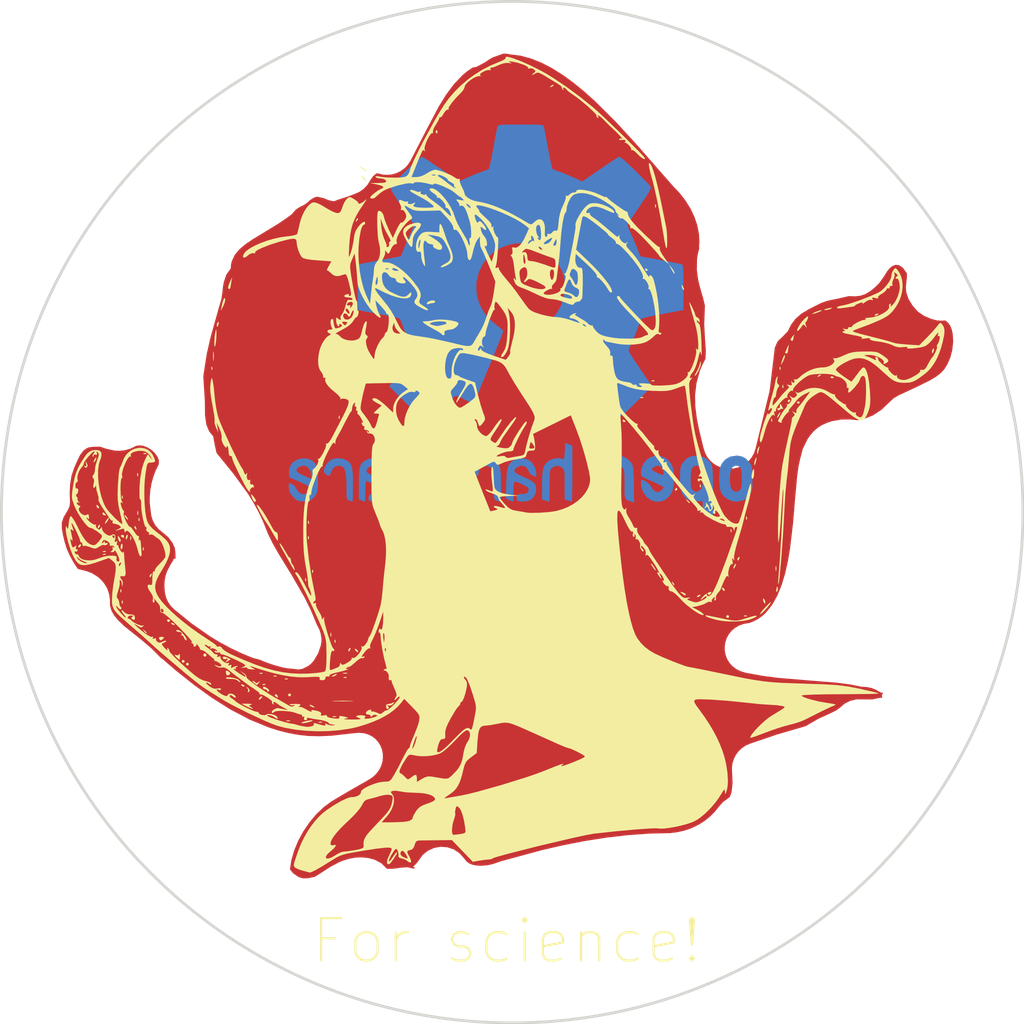
<source format=kicad_pcb>
(kicad_pcb (version 20211014) (generator pcbnew)
  (layers (0 "F.Cu" signal) (31 "B.Cu" signal) (34 "B.Paste" user) (35 "F.Paste" user) (36 "B.SilkS" user "B.Silkscreen") (37 "F.SilkS" user "F.Silkscreen") (38 "B.Mask" user) (39 "F.Mask" user) (44 "Edge.Cuts" user))
  (net 0 "")
  (footprint "ent:entrapta" (layer "F.Cu") (at 28.631824 17.418065)
    (fp_text reference "svg2mod" hide)
    (fp_text value "G***" hide)
    (fp_poly (pts (xy 33.591571 1.972612) (xy 33.338365 1.923135) (xy 33.142838 1.92631) (xy 32.815284 2.042726) (xy 32.381367 2.19936) (xy 32.15118 2.33853) (xy 31.858021 2.536174) (xy 31.234134 2.867697) (xy 30.993098 2.90368) (xy 30.638292 3.139689) (xy 30.30333 3.41221) (xy 29.684998 4.055412) (xy 29.122494 4.811326) (xy 28.599942 5.657728) (xy 27.611724 7.533889) (xy 26.594401 9.507416) (xy 26.401784 9.795812) (xy 26.167099 10.039758) (xy 25.897488 10.237137) (xy 25.599832 10.38451) (xy 25.281538 10.479495) (xy 24.949751 10.518918) (xy 24.611613 10.500133) (xy 24.27427 10.420493) (xy 24.204155 10.401708) (xy 24.122399 10.445893) (xy 23.936661 10.603849) (xy 23.755951 10.86711) (xy 23.547988 11.205776) (xy 23.278643 11.492585) (xy 22.957174 11.719333) (xy 22.592578 11.877818) (xy 22.124795 12.05456) (xy 21.41333 12.283424) (xy 21.237118 12.362799) (xy 21.071489 12.38476) (xy 20.747903 12.31147) (xy 20.39442 12.170976) (xy 19.961826 12.070699) (xy 19.832445 12.093718) (xy 19.658878 12.172828) (xy 19.460705 12.305385) (xy 19.257241 12.488476) (xy 19.033403 12.645903) (xy 18.76882 12.768935) (xy 18.475397 12.956524) (xy 18.164247 13.307626) (xy 17.706783 13.639943) (xy 17.233972 13.95956) (xy 15.99387 14.715474) (xy 15.421576 15.061814) (xy 14.908549 15.408683) (xy 14.475956 15.771426) (xy 14.144433 16.166449) (xy 13.935147 16.609097) (xy 13.88276 16.853308) (xy 13.868737 17.115245) (xy 13.553618 17.55313) (xy 13.373172 18.082562) (xy 13.310466 18.432076) (xy 13.26972 18.835301) (xy 13.197489 19.29938) (xy 13.039797 19.832516) (xy 12.423847 22.028293) (xy 12.160058 23.194841) (xy 11.919022 24.749003) (xy 12.032529 26.532824) (xy 12.039937 27.504374) (xy 12.13651 28.170595) (xy 12.327275 28.630706) (xy 12.617522 28.984983) (xy 12.719916 29.553043) (xy 12.854854 30.160526) (xy 14.080139 31.673414) (xy 15.054864 33.016703) (xy 15.467879 33.680014) (xy 15.84147 34.367666) (xy 16.184106 35.101356) (xy 16.503193 35.903308) (xy 16.843712 36.594399) (xy 17.244026 37.298985) (xy 18.15631 38.783562) (xy 19.103518 40.427683) (xy 19.547753 41.331235) (xy 19.949391 42.301462) (xy 20.156559 42.713683) (xy 20.238051 42.98197) (xy 20.293084 43.316404) (xy 20.294143 43.556116) (xy 20.253397 43.826256) (xy 20.059987 44.403576) (xy 19.739576 44.943326) (xy 19.539551 45.166106) (xy 19.31783 45.339937) (xy 18.91831 45.534141) (xy 18.61933 45.583618) (xy 18.160278 45.529114) (xy 17.766843 45.491543) (xy 17.44458 45.42672) (xy 16.852708 45.262679) (xy 16.344708 45.086731) (xy 16.002072 44.949676) (xy 15.906293 44.902845) (xy 15.369454 44.762087) (xy 14.542101 44.418922) (xy 13.763697 44.048241) (xy 13.027627 43.650837) (xy 12.327804 43.227768) (xy 11.010708 42.308076) (xy 9.761875 41.29631) (xy 9.518723 41.046808) (xy 9.325312 40.760264) (xy 9.185612 40.444087) (xy 9.103591 40.105685) (xy 9.063639 39.637637) (xy 9.083483 39.231237) (xy 9.149364 38.880929) (xy 9.247789 38.580891) (xy 9.486973 38.110991) (xy 9.691231 37.777087) (xy 9.833577 37.450856) (xy 9.840985 37.479431) (xy 9.85395 37.649558) (xy 9.847864 37.267499) (xy 9.805002 36.932537) (xy 9.634081 36.558416) (xy 9.346479 36.185354) (xy 8.953308 35.853301) (xy 8.663325 35.614118) (xy 8.426523 35.326516) (xy 8.248987 34.998962) (xy 8.136275 34.640451) (xy 8.025944 33.738751) (xy 8.027796 33.272291) (xy 8.070129 32.801333) (xy 8.154266 32.33011) (xy 8.281531 31.863649) (xy 8.45351 31.406185) (xy 8.672056 30.961949) (xy 8.673114 30.711653) (xy 8.572308 30.456595) (xy 8.391862 30.213178) (xy 8.154266 29.998337) (xy 7.881216 29.828739) (xy 7.594937 29.721318) (xy 7.317389 29.692743) (xy 7.071062 29.759947) (xy 7.149114 29.715497) (xy 6.717579 29.92637) (xy 6.306152 30.041728) (xy 5.920389 30.080887) (xy 5.564525 30.062101) (xy 4.962333 29.926899) (xy 4.537942 29.786935) (xy 4.10085 29.795137) (xy 3.771708 29.832972) (xy 3.582796 29.922401) (xy 3.428015 30.036437) (xy 3.189096 30.337533) (xy 2.99304 30.73282) (xy 2.777933 31.21886) (xy 2.579761 31.795651) (xy 2.475779 32.419274) (xy 2.446675 33.055597) (xy 2.473927 33.670753) (xy 2.442706 33.954387) (xy 2.328936 34.227437) (xy 2.018315 34.747872) (xy 1.893431 35.121464) (xy 1.890521 35.53051) (xy 1.968838 35.980301) (xy 2.087106 36.476924) (xy 2.233156 36.946295) (xy 2.443236 37.425456) (xy 2.703586 37.900647) (xy 3.000183 38.357318) (xy 3.287521 38.435899) (xy 3.596025 38.511835) (xy 3.991577 38.660266) (xy 4.432637 38.936756) (xy 4.657533 39.14022) (xy 4.877931 39.396601) (xy 5.109971 39.785539) (xy 5.244379 40.189029) (xy 5.303117 40.597281) (xy 5.307879 41.00077) (xy 5.40604 41.346845) (xy 5.592306 41.680749) (xy 5.886523 42.032116) (xy 6.308004 42.431108) (xy 7.52006 43.401335) (xy 8.218296 43.99506) (xy 8.92685 44.703879) (xy 8.770216 44.549362) (xy 9.990739 45.596054) (xy 11.24116 46.590887) (xy 12.52095 47.511372) (xy 13.829579 48.334491) (xy 15.166254 49.037754) (xy 16.530181 49.598141) (xy 17.222066 49.81801) (xy 17.920566 49.993429) (xy 18.625416 50.122016) (xy 19.336616 50.200597) (xy 20.106289 50.21806) (xy 20.949516 50.181812) (xy 22.519288 50.004277) (xy 22.910607 49.971997) (xy 23.267795 50.005599) (xy 23.588734 50.097939) (xy 23.871574 50.242137) (xy 24.114197 50.430785) (xy 24.314751 50.657004) (xy 24.47112 50.913914) (xy 24.581186 51.194108) (xy 24.642834 51.490706) (xy 24.654211 51.796564) (xy 24.613465 52.104804) (xy 24.518215 52.408016) (xy 24.366609 52.699322) (xy 24.156795 52.971843) (xy 23.88639 53.21817) (xy 23.553545 53.43116) (xy 22.250207 54.174904) (xy 20.975709 54.930554) (xy 20.420878 55.343568) (xy 19.900707 55.843366) (xy 19.425251 56.412485) (xy 19.004299 57.033727) (xy 18.647905 57.689364) (xy 18.36586 58.362199) (xy 18.167951 59.03477) (xy 18.064499 59.689614) (xy 18.268493 59.945731) (xy 18.664574 60.214283) (xy 18.96276 60.29207) (xy 19.278407 60.285985) (xy 19.770532 60.182533) (xy 20.884693 59.470274) (xy 21.469686 59.159918) (xy 21.82608 59.017043) (xy 22.217928 58.900627) (xy 22.641261 58.824691) (xy 23.090524 58.80326) (xy 23.560953 58.850091) (xy 24.047786 58.978943) (xy 24.527476 59.238235) (xy 24.916149 59.620293) (xy 24.975945 59.61606) (xy 25.321226 59.614737) (xy 25.820495 59.54277) (xy 26.316324 59.503877) (xy 26.805803 59.592247) (xy 26.621124 59.576108) (xy 26.609482 59.568699) (xy 26.677215 59.520016) (xy 26.930422 59.270779) (xy 27.076207 59.088481) (xy 27.383388 58.657474) (xy 27.772326 58.340504) (xy 28.217619 58.13942) (xy 28.694399 58.055018) (xy 29.177263 58.088885) (xy 29.641342 58.242343) (xy 30.061236 58.516716) (xy 30.411809 58.913327) (xy 30.56659 59.105414) (xy 30.741215 59.238499) (xy 30.957115 59.326606) (xy 31.235192 59.383491) (xy 31.581267 59.402541) (xy 31.969146 59.368674) (xy 32.372107 59.284802) (xy 32.762632 59.15251) (xy 32.953925 59.084777) (xy 35.872544 58.291027) (xy 37.358444 57.950508) (xy 38.860748 57.656291) (xy 40.378398 57.415785) (xy 41.9106 57.235339) (xy 43.455766 57.122097) (xy 45.013633 57.082939) (xy 44.909652 57.086114) (xy 45.431675 57.029493) (xy 45.938616 56.917839) (xy 46.425714 56.753268) (xy 46.888206 56.537897) (xy 47.321858 56.274108) (xy 47.721379 55.963487) (xy 48.082535 55.608681) (xy 48.400299 55.211806) (xy 48.690812 54.88531) (xy 49.046941 54.631839) (xy 49.167591 54.526006) (xy 49.274218 54.211681) (xy 49.344862 53.579062) (xy 49.308879 52.819972) (xy 49.298031 52.485539) (xy 49.343274 52.16116) (xy 49.440906 51.85292) (xy 49.586956 51.566641) (xy 49.778249 51.308143) (xy 50.010818 51.083512) (xy 50.280958 50.898568) (xy 50.585228 50.759133) (xy 52.535737 50.095293) (xy 54.553978 49.506595) (xy 55.423664 49.003358) (xy 56.139097 48.673687) (xy 56.70213 48.404606) (xy 56.956924 48.219397) (xy 57.310936 47.917243) (xy 57.720511 47.710074) (xy 58.167128 47.60477) (xy 58.632266 47.607416) (xy 59.301661 47.606887) (xy 59.827653 47.495233) (xy 59.93428 47.467981) (xy 59.95333 47.490206) (xy 59.933222 47.50317) (xy 59.92158 47.448401) (xy 59.950155 47.243085) (xy 59.974761 47.209483) (xy 59.993018 47.238587) (xy 59.973174 47.263193) (xy 59.882951 47.215833) (xy 59.534495 47.011045) (xy 59.213026 46.888543) (xy 58.888118 46.826895) (xy 58.530136 46.805464) (xy 57.676061 46.634543) (xy 56.768276 46.516539) (xy 54.800834 46.360435) (xy 52.647126 46.179989) (xy 51.506772 46.031293) (xy 50.327524 45.81751) (xy 49.943614 45.701887) (xy 49.615795 45.534935) (xy 49.34301 45.324856) (xy 49.124993 45.079058) (xy 48.961216 44.805214) (xy 48.850885 44.511526) (xy 48.793735 44.205404) (xy 48.789237 43.895047) (xy 48.836597 43.588131) (xy 48.935287 43.292062) (xy 49.085041 43.015308) (xy 49.284801 42.765276) (xy 49.534568 42.549641) (xy 49.833547 42.376604) (xy 50.18121 42.253572) (xy 50.577026 42.188749) (xy 50.895056 42.066247) (xy 51.189537 41.906174) (xy 51.461793 41.710912) (xy 51.712618 41.482047) (xy 52.153943 40.93436) (xy 52.521714 40.28031) (xy 52.823868 39.538154) (xy 53.068872 38.725618) (xy 53.264135 37.860166) (xy 53.418122 36.960054) (xy 53.634287 35.125697) (xy 53.781395 33.36516) (xy 53.923741 31.820258) (xy 54.01317 31.173087) (xy 54.125618 30.633337) (xy 54.321145 29.888535) (xy 54.66087 29.190828) (xy 54.879945 28.877562) (xy 55.128389 28.598162) (xy 55.404878 28.359772) (xy 55.707032 28.169537) (xy 56.072951 28.00232) (xy 56.42617 27.883787) (xy 57.095566 27.766047) (xy 57.715484 27.760491) (xy 58.286191 27.812349) (xy 58.08352 27.799914) (xy 58.397845 27.780864) (xy 58.71217 27.718951) (xy 59.333676 27.473153) (xy 59.932693 27.074691) (xy 60.494403 26.535999) (xy 60.778565 26.274062) (xy 61.109295 26.073508) (xy 62.357863 25.491953) (xy 63.356136 25.000358) (xy 63.756186 24.762233) (xy 64.08718 24.515112) (xy 64.347265 24.248676) (xy 64.534326 23.952608) (xy 64.605234 23.818199) (xy 64.790707 23.387987) (xy 64.922734 22.856174) (xy 64.983059 22.289437) (xy 64.952896 21.754185) (xy 64.873786 21.411814) (xy 64.765307 21.158608) (xy 64.626136 20.973664) (xy 64.455215 20.837139) (xy 64.197511 20.859364) (xy 63.877101 20.836874) (xy 63.460382 20.72813) (xy 62.913753 20.492387) (xy 62.48989 20.190497) (xy 62.108361 19.760814) (xy 61.813615 19.269218) (xy 61.650367 18.781326) (xy 61.62973 18.422287) (xy 61.663597 18.071978) (xy 61.703284 17.745483) (xy 61.700109 17.457351) (xy 61.435261 17.094872) (xy 61.182584 16.921041) (xy 60.946576 16.896964) (xy 60.731734 16.984276) (xy 60.542822 17.144878) (xy 60.384601 17.340141) (xy 60.177432 17.68066) (xy 59.828976 18.170668) (xy 59.557249 18.444247) (xy 59.20747 18.731849) (xy 58.834407 18.96336) (xy 58.47378 19.087714) (xy 58.088282 19.129518) (xy 57.640343 19.112585) (xy 56.81352 19.30282) (xy 56.161322 19.43326) (xy 55.707032 19.588835) (xy 54.815122 20.039685) (xy 54.296803 20.34713) (xy 53.892785 20.701672) (xy 53.582693 21.112306) (xy 53.345891 21.586968) (xy 52.917795 22.030674) (xy 52.712743 22.209003) (xy 52.596326 22.364578) (xy 52.433872 22.739758) (xy 52.066366 25.799399) (xy 51.073649 29.865516) (xy 50.956174 30.215824) (xy 50.790545 30.519037) (xy 50.583376 30.775153) (xy 50.341812 30.984174) (xy 50.072995 31.146364) (xy 49.783541 31.261458) (xy 49.480329 31.32972) (xy 49.170501 31.351151) (xy 48.861204 31.326016) (xy 48.559049 31.253785) (xy 48.270918 31.134987) (xy 48.003954 30.969358) (xy 47.765299 30.757426) (xy 47.561306 30.498664) (xy 47.399381 30.193335) (xy 47.286404 29.841703) (xy 46.962289 28.506087) (xy 46.807243 27.722656) (xy 46.700352 26.868845) (xy 46.687387 26.066893) (xy 46.788987 25.215728) (xy 47.02817 24.346572) (xy 47.2065 23.915566) (xy 47.427956 23.491703) (xy 47.449387 22.907503) (xy 47.386681 22.088618) (xy 47.3335 21.03637) (xy 47.383506 19.751818) (xy 47.273175 19.276097) (xy 47.04087 18.474939) (xy 46.901964 17.901058) (xy 46.811477 17.218962) (xy 46.822854 16.455639) (xy 46.883708 16.05162) (xy 46.989806 15.637283) (xy 46.932391 15.868793) (xy 46.993775 15.266072) (xy 46.962289 14.659912) (xy 46.843491 14.056397) (xy 46.643202 13.461614) (xy 46.366712 12.881912) (xy 46.019843 12.323905) (xy 45.608152 11.793416) (xy 45.137193 11.296528) (xy 42.479719 8.265726) (xy 41.066844 6.729026) (xy 39.612429 5.282814) (xy 38.872919 4.61818) (xy 38.126794 4.005405) (xy 37.375906 3.454807) (xy 36.62105 2.975647) (xy 35.863813 2.577978) (xy 35.105781 2.271855) (xy 34.34775 2.066803) (xy 33.591571 1.972612)) (layer "F.Cu") (width 0.099219) (fill solid))
  )
  (footprint "Symbol:OSHW-Logo2_36.5x30mm_Copper" (layer "B.Cu") (at 63 38.2 180)
    (fp_text reference "REF**" hide)
    (fp_text value "OSHW-Logo2_36.5x30mm_Copper" hide)
    (fp_poly (pts (xy 0.199861 -9.810901) (xy 0.485857 -9.917104) (xy 0.489129 -9.919146) (xy 0.666008 -10.049325) (xy 0.796589 -10.201459) (xy 0.888428 -10.399718) (xy 0.949084 -10.668272) (xy 0.986113 -11.031292) (xy 1.007073 -11.512949) (xy 1.00891 -11.581571) (xy 1.035299 -12.616303) (xy 0.813228 -12.73114) (xy 0.652545 -12.808745) (xy 0.555525 -12.845516) (xy 0.551038 -12.845977) (xy 0.534249 -12.778126) (xy 0.520912 -12.595103) (xy 0.512708 -12.327702) (xy 0.510919 -12.111174) (xy 0.510878 -11.760406) (xy 0.494843 -11.540128) (xy 0.438949 -11.435063) (xy 0.319331 -11.429937) (xy 0.112123 -11.509475) (xy -0.200718 -11.655681) (xy -0.430758 -11.777113) (xy -0.549073 -11.882466) (xy -0.583855 -11.99729) (xy -0.583908 -12.002973) (xy -0.526512 -12.200777) (xy -0.356576 -12.307637) (xy -0.096505 -12.323115) (xy 0.090824 -12.32043) (xy 0.189598 -12.374383) (xy 0.251196 -12.503977) (xy 0.286648 -12.669081) (xy 0.235557 -12.762761) (xy 0.21632 -12.776169) (xy 0.035207 -12.830015) (xy -0.218418 -12.837638) (xy -0.479609 -12.801946) (xy -0.664687 -12.73672) (xy -0.92057 -12.519463) (xy -1.066023 -12.217041) (xy -1.094828 -11.980769) (xy -1.072845 -11.767655) (xy -0.993299 -11.593691) (xy -0.835791 -11.439181) (xy -0.579922 -11.28443) (xy -0.205294 -11.109743) (xy -0.182471 -11.09987) (xy 0.154993 -10.943971) (xy 0.363235 -10.816115) (xy 0.452493 -10.701221) (xy 0.433008 -10.584208) (xy 0.315017 -10.449996) (xy 0.279734 -10.419109) (xy 0.043398 -10.299353) (xy -0.201486 -10.304395) (xy -0.414759 -10.42181) (xy -0.55626 -10.639172) (xy -0.569408 -10.681836) (xy -0.697443 -10.88876) (xy -0.859907 -10.98843) (xy -1.094828 -11.087206) (xy -1.094828 -10.831645) (xy -1.023367 -10.460181) (xy -0.811262 -10.11946) (xy -0.700887 -10.005477) (xy -0.449987 -9.859184) (xy -0.130912 -9.79296) (xy 0.199861 -9.810901)) (layer "B.Cu") (width 0.01) (fill solid))
    (fp_poly (pts (xy -9.211121 -9.711691) (xy -8.923356 -9.905279) (xy -8.700973 -10.184873) (xy -8.568127 -10.540663) (xy -8.541258 -10.802537) (xy -8.54431 -10.911816) (xy -8.56986 -10.995486) (xy -8.640097 -11.070447) (xy -8.77721 -11.153599) (xy -9.003388 -11.261844) (xy -9.34082 -11.412082) (xy -9.342529 -11.412836) (xy -9.653124 -11.555093) (xy -9.907819 -11.681414) (xy -10.080583 -11.778199) (xy -10.145385 -11.83185) (xy -10.145402 -11.832282) (xy -10.088288 -11.949111) (xy -9.954727 -12.077886) (xy -9.801395 -12.170653) (xy -9.723712 -12.189081) (xy -9.511777 -12.125346) (xy -9.329268 -11.965728) (xy -9.240218 -11.790234) (xy -9.15455 -11.660857) (xy -8.986743 -11.513522) (xy -8.789481 -11.38624) (xy -8.615449 -11.317022) (xy -8.579057 -11.313219) (xy -8.538093 -11.375802) (xy -8.535625 -11.535778) (xy -8.565729 -11.751482) (xy -8.622484 -11.981252) (xy -8.699966 -12.183424) (xy -8.703879 -12.191273) (xy -8.937047 -12.516835) (xy -9.23924 -12.738277) (xy -9.582432 -12.846966) (xy -9.9386 -12.834265) (xy -10.279719 -12.691541) (xy -10.294887 -12.681505) (xy -10.563225 -12.438316) (xy -10.73967 -12.121023) (xy -10.837316 -11.703815) (xy -10.850421 -11.586597) (xy -10.87363 -11.033324) (xy -10.845806 -10.775311) (xy -10.145402 -10.775311) (xy -10.136302 -10.936257) (xy -10.086527 -10.983228) (xy -9.962436 -10.948088) (xy -9.766833 -10.865022) (xy -9.548186 -10.760898) (xy -9.542752 -10.758141) (xy -9.357426 -10.660662) (xy -9.283047 -10.59561) (xy -9.301388 -10.527413) (xy -9.378618 -10.437804) (xy -9.5751 -10.308127) (xy -9.786694 -10.298599) (xy -9.976493 -10.392973) (xy -10.107589 -10.575004) (xy -10.145402 -10.775311) (xy -10.845806 -10.775311) (xy -10.825891 -10.590652) (xy -10.703414 -10.239572) (xy -10.53291 -9.993619) (xy -10.225163 -9.745074) (xy -9.886179 -9.621778) (xy -9.540114 -9.613921) (xy -9.211121 -9.711691)) (layer "B.Cu") (width 0.01) (fill solid))
    (fp_poly (pts (xy -12.070251 -9.654758) (xy -11.791375 -9.793806) (xy -11.54523 -10.049827) (xy -11.477443 -10.14466) (xy -11.403594 -10.268751) (xy -11.35568 -10.403531) (xy -11.328268 -10.583411) (xy -11.315928 -10.842805) (xy -11.313218 -11.185252) (xy -11.325455 -11.654539) (xy -11.36799 -12.006896) (xy -11.449558 -12.26977) (xy -11.578896 -12.470607) (xy -11.76474 -12.636853) (xy -11.778395 -12.646696) (xy -11.961549 -12.747384) (xy -12.182101 -12.797201) (xy -12.462595 -12.809483) (xy -12.918582 -12.809483) (xy -12.918774 -13.252143) (xy -12.923017 -13.498675) (xy -12.948874 -13.643284) (xy -13.016446 -13.730014) (xy -13.14583 -13.802911) (xy -13.176902 -13.817804) (xy -13.322308 -13.887597) (xy -13.43489 -13.931679) (xy -13.518604 -13.935486) (xy -13.577405 -13.884453) (xy -13.615249 -13.764017) (xy -13.636093 -13.559614) (xy -13.643891 -13.25668) (xy -13.6426 -12.840651) (xy -13.636177 -12.296963) (xy -13.634171 -12.134339) (xy -13.626944 -11.573755) (xy -13.62047 -11.207053) (xy -12.918966 -11.207053) (xy -12.915023 -11.518315) (xy -12.8975 -11.721967) (xy -12.857855 -11.856288) (xy -12.787547 -11.959559) (xy -12.739812 -12.009927) (xy -12.544662 -12.157303) (xy -12.371882 -12.169299) (xy -12.1936 -12.047595) (xy -12.189081 -12.043104) (xy -12.116544 -11.949045) (xy -12.072418 -11.821211) (xy -12.05016 -11.624345) (xy -12.043229 -11.323189) (xy -12.043104 -11.25647) (xy -12.059854 -10.841458) (xy -12.11438 -10.553763) (xy -12.213089 -10.378135) (xy -12.36239 -10.299323) (xy -12.448679 -10.291379) (xy -12.653474 -10.32865) (xy -12.793948 -10.451371) (xy -12.878506 -10.675904) (xy -12.915551 -11.018614) (xy -12.918966 -11.207053) (xy -13.62047 -11.207053) (xy -13.619284 -11.139881) (xy -13.609383 -10.813455) (xy -13.595436 -10.575219) (xy -13.575635 -10.40591) (xy -13.548174 -10.286269) (xy -13.511247 -10.197034) (xy -13.463046 -10.118944) (xy -13.442378 -10.08956) (xy -13.168219 -9.811992) (xy -12.821587 -9.654618) (xy -12.420616 -9.610744) (xy -12.070251 -9.654758)) (layer "B.Cu") (width 0.01) (fill solid))
    (fp_poly (pts (xy -6.456427 -9.694298) (xy -6.222193 -9.829785) (xy -6.059339 -9.964267) (xy -5.940234 -10.105164) (xy -5.858181 -10.277468) (xy -5.806485 -10.506171) (xy -5.77845 -10.816266) (xy -5.767379 -11.232744) (xy -5.766092 -11.532128) (xy -5.766092 -12.634149) (xy -6.076293 -12.773208) (xy -6.386494 -12.912268) (xy -6.422989 -11.705237) (xy -6.438068 -11.254449) (xy -6.453887 -10.927252) (xy -6.473486 -10.701278) (xy -6.499908 -10.554161) (xy -6.536192 -10.463532) (xy -6.585381 -10.407024) (xy -6.601163 -10.394793) (xy -6.840281 -10.299266) (xy -7.081982 -10.337067) (xy -7.225862 -10.437356) (xy -7.284389 -10.508424) (xy -7.324902 -10.601681) (xy -7.350649 -10.743058) (xy -7.364878 -10.958486) (xy -7.37084 -11.273896) (xy -7.371839 -11.602605) (xy -7.372035 -12.014999) (xy -7.379097 -12.306903) (xy -7.402732 -12.503776) (xy -7.45265 -12.631077) (xy -7.538561 -12.714266) (xy -7.670171 -12.778801) (xy -7.845958 -12.845861) (xy -8.037949 -12.918856) (xy -8.015095 -11.623365) (xy -8.005892 -11.156347) (xy -7.995124 -10.811225) (xy -7.979693 -10.563921) (xy -7.956496 -10.390363) (xy -7.922432 -10.266474) (xy -7.874402 -10.168182) (xy -7.816496 -10.08146) (xy -7.537121 -9.804425) (xy -7.196219 -9.644222) (xy -6.825438 -9.605847) (xy -6.456427 -9.694298)) (layer "B.Cu") (width 0.01) (fill solid))
    (fp_poly (pts (xy 8.950309 -9.8496) (xy 8.961448 -10.041633) (xy 8.970177 -10.333477) (xy 8.975787 -10.702053) (xy 8.977586 -11.088639) (xy 8.977586 -12.396817) (xy 8.746612 -12.627792) (xy 8.587444 -12.770117) (xy 8.447723 -12.827768) (xy 8.256755 -12.824119) (xy 8.180951 -12.814834) (xy 7.944025 -12.787815) (xy 7.748055 -12.772332) (xy 7.700287 -12.770903) (xy 7.539248 -12.780256) (xy 7.308928 -12.803735) (xy 7.219624 -12.814834) (xy 7.000285 -12.832002) (xy 6.852883 -12.794712) (xy 6.706724 -12.679587) (xy 6.653963 -12.627792) (xy 6.422988 -12.396817) (xy 6.422988 -9.949868) (xy 6.608894 -9.865164) (xy 6.768974 -9.802424) (xy 6.86263 -9.78046) (xy 6.886643 -9.849875) (xy 6.909087 -10.043826) (xy 6.928466 -10.340871) (xy 6.943285 -10.719569) (xy 6.950432 -11.039512) (xy 6.970402 -12.298563) (xy 7.144619 -12.323196) (xy 7.303073 -12.305973) (xy 7.380714 -12.250208) (xy 7.402417 -12.145947) (xy 7.420946 -11.923859) (xy 7.434828 -11.612086) (xy 7.442591 -11.238767) (xy 7.44371 -11.046652) (xy 7.444828 -9.940717) (xy 7.674685 -9.860589) (xy 7.837373 -9.806109) (xy 7.925868 -9.780702) (xy 7.928421 -9.78046) (xy 7.937299 -9.849523) (xy 7.947057 -10.041027) (xy 7.956878 -10.331448) (xy 7.96594 -10.697261) (xy 7.972271 -11.039512) (xy 7.992241 -12.298563) (xy 8.430172 -12.298563) (xy 8.450268 -11.149913) (xy 8.470364 -10.001262) (xy 8.683856 -9.890861) (xy 8.841483 -9.815049) (xy 8.934775 -9.780646) (xy 8.937467 -9.78046) (xy 8.950309 -9.8496)) (layer "B.Cu") (width 0.01) (fill solid))
    (fp_poly (pts (xy 0.522534 13.867505) (xy 0.917515 13.865342) (xy 1.203368 13.859487) (xy 1.398517 13.848095) (xy 1.521385 13.829325) (xy 1.590398 13.801334) (xy 1.623979 13.762279) (xy 1.640552 13.710318) (xy 1.642163 13.703592) (xy 1.667338 13.582217) (xy 1.713937 13.342738) (xy 1.777113 13.010643) (xy 1.852018 12.611423) (xy 1.933804 12.170566) (xy 1.93666 12.155083) (xy 2.018583 11.723046) (xy 2.095232 11.341328) (xy 2.161659 11.032822) (xy 2.212918 10.820423) (xy 2.244064 10.727025) (xy 2.245549 10.72537) (xy 2.337298 10.679761) (xy 2.526464 10.603758) (xy 2.772195 10.513768) (xy 2.773563 10.513287) (xy 3.083081 10.396945) (xy 3.447989 10.24874) (xy 3.791953 10.099728) (xy 3.808232 10.09236) (xy 4.368475 9.838086) (xy 5.609046 10.685257) (xy 5.989614 10.94352) (xy 6.334352 11.174407) (xy 6.623287 11.36479) (xy 6.836447 11.501537) (xy 6.95386 11.571518) (xy 6.96501 11.576708) (xy 7.050336 11.553601) (xy 7.209703 11.44211) (xy 7.449327 11.236978) (xy 7.775423 10.932948) (xy 8.108321 10.609488) (xy 8.429235 10.290746) (xy 8.716452 9.999885) (xy 8.952681 9.754869) (xy 9.120632 9.573659) (xy 9.203014 9.474217) (xy 9.206079 9.469098) (xy 9.215186 9.400859) (xy 9.180876 9.289416) (xy 9.094672 9.119721) (xy 8.948098 8.876722) (xy 8.732676 8.545372) (xy 8.445499 8.118811) (xy 8.190634 7.743362) (xy 7.962807 7.406626) (xy 7.775181 7.128151) (xy 7.640923 6.927488) (xy 7.573199 6.824187) (xy 7.568936 6.817174) (xy 7.577204 6.718198) (xy 7.639882 6.525828) (xy 7.744495 6.276421) (xy 7.78178 6.196772) (xy 7.944465 5.841935) (xy 8.11803 5.439316) (xy 8.259022 5.090948) (xy 8.360617 4.83239) (xy 8.441314 4.635896) (xy 8.487945 4.5332) (xy 8.493743 4.525287) (xy 8.579506 4.51218) (xy 8.781672 4.476266) (xy 9.073358 4.422658) (xy 9.427686 4.356467) (xy 9.817775 4.282808) (xy 10.216744 4.206792) (xy 10.597713 4.13353) (xy 10.933801 4.068137) (xy 11.198129 4.015724) (xy 11.363815 3.981403) (xy 11.404454 3.971699) (xy 11.446433 3.947749) (xy 11.478121 3.89366) (xy 11.500944 3.791172) (xy 11.516328 3.622028) (xy 11.525699 3.367971) (xy 11.530481 3.010743) (xy 11.5321 2.532087) (xy 11.532184 2.335888) (xy 11.532184 0.740234) (xy 11.148994 0.664601) (xy 10.935805 0.62359) (xy 10.617674 0.563727) (xy 10.233288 0.492233) (xy 9.821336 0.416332) (xy 9.707471 0.395484) (xy 9.327331 0.321574) (xy 8.99617 0.248895) (xy 8.741784 0.184178) (xy 8.591969 0.134156) (xy 8.567013 0.119247) (xy 8.505733 0.013664) (xy 8.417869 -0.190924) (xy 8.320432 -0.454208) (xy 8.301105 -0.51092) (xy 8.1734 -0.862544) (xy 8.014884 -1.259286) (xy 7.859759 -1.615562) (xy 7.858995 -1.617216) (xy 7.600668 -2.176099) (xy 8.450285 -3.425839) (xy 9.299901 -4.67558) (xy 8.209053 -5.76825) (xy 7.879121 -6.093452) (xy 7.578197 -6.380121) (xy 7.323182 -6.612954) (xy 7.130977 -6.776645) (xy 7.018483 -6.855892) (xy 7.002346 -6.86092) (xy 6.9076 -6.821324) (xy 6.714269 -6.71124) (xy 6.443472 -6.543725) (xy 6.11633 -6.331836) (xy 5.76263 -6.09454) (xy 5.403653 -5.852495) (xy 5.083588 -5.641878) (xy 4.822762 -5.475646) (xy 4.6415 -5.366756) (xy 4.560394 -5.328161) (xy 4.46144 -5.36082) (xy 4.273797 -5.446876) (xy 4.036169 -5.56845) (xy 4.010979 -5.581963) (xy 3.690978 -5.74245) (xy 3.471545 -5.821157) (xy 3.335069 -5.821994) (xy 3.263938 -5.748869) (xy 3.263524 -5.747845) (xy 3.227969 -5.661245) (xy 3.143172 -5.455672) (xy 3.01571 -5.147035) (xy 2.852156 -4.751246) (xy 2.659085 -4.284216) (xy 2.443072 -3.761855) (xy 2.233876 -3.256115) (xy 2.003969 -2.697999) (xy 1.792876 -2.18098) (xy 1.606922 -1.720906) (xy 1.452436 -1.333627) (xy 1.335743 -1.034991) (xy 1.26317 -0.840847) (xy 1.240805 -0.768391) (xy 1.296891 -0.685275) (xy 1.443596 -0.552807) (xy 1.639221 -0.406761) (xy 2.196334 0.05512) (xy 2.631794 0.584544) (xy 2.940384 1.170359) (xy 3.116884 1.801414) (xy 3.156076 2.466557) (xy 3.127589 2.773563) (xy 2.972374 3.410516) (xy 2.705058 3.972996) (xy 2.342222 4.455456) (xy 1.900444 4.852348) (xy 1.396306 5.158125) (xy 0.846386 5.367238) (xy 0.267264 5.474139) (xy -0.324479 5.473282) (xy -0.912264 5.359119) (xy -1.479511 5.126102) (xy -2.00964 4.768682) (xy -2.23091 4.566542) (xy -2.655277 4.047481) (xy -2.950753 3.480262) (xy -3.119305 2.881417) (xy -3.1629 2.267483) (xy -3.083505 1.654992) (xy -2.883087 1.060481) (xy -2.563613 0.500483) (xy -2.127051 -0.008467) (xy -1.639221 -0.406761) (xy -1.436023 -0.559006) (xy -1.292477 -0.690037) (xy -1.240805 -0.768515) (xy -1.26786 -0.854097) (xy -1.344807 -1.058547) (xy -1.465315 -1.366017) (xy -1.623054 -1.760658) (xy -1.811695 -2.226623) (xy -2.024906 -2.748064) (xy -2.234454 -3.256239) (xy -2.465639 -3.814833) (xy -2.679777 -4.332461) (xy -2.870295 -4.793216) (xy -3.030617 -5.181188) (xy -3.154171 -5.48047) (xy -3.234381 -5.675152) (xy -3.264102 -5.747845) (xy -3.334315 -5.821694) (xy -3.470127 -5.821477) (xy -3.689014 -5.743315) (xy -4.008453 -5.583324) (xy -4.010979 -5.581963) (xy -4.251495 -5.457804) (xy -4.445922 -5.367363) (xy -4.555557 -5.328519) (xy -4.560395 -5.328161) (xy -4.642927 -5.367561) (xy -4.825136 -5.477124) (xy -5.086694 -5.643893) (xy -5.407276 -5.854909) (xy -5.76263 -6.09454) (xy -6.124418 -6.337168) (xy -6.45049 -6.548174) (xy -6.719725 -6.714502) (xy -6.911004 -6.823095) (xy -7.002346 -6.86092) (xy -7.086455 -6.811204) (xy -7.255561 -6.672259) (xy -7.492767 -6.459385) (xy -7.781175 -6.187882) (xy -8.103888 -5.873054) (xy -8.209428 -5.767874) (xy -9.300652 -4.674828) (xy -8.470058 -3.45585) (xy -8.217635 -3.081513) (xy -7.996095 -2.745549) (xy -7.817866 -2.467423) (xy -7.695376 -2.266597) (xy -7.641055 -2.162535) (xy -7.639464 -2.155132) (xy -7.668101 -2.057046) (xy -7.745127 -1.859737) (xy -7.857211 -1.596272) (xy -7.935883 -1.419886) (xy -8.082981 -1.082191) (xy -8.221511 -0.741022) (xy -8.32891 -0.452758) (xy -8.358084 -0.364943) (xy -8.440972 -0.130434) (xy -8.521998 0.050764) (xy -8.566502 0.119247) (xy -8.664714 0.161159) (xy -8.879065 0.220574) (xy -9.181742 0.290757) (xy -9.544933 0.364976) (xy -9.707471 0.395484) (xy -10.120217 0.471329) (xy -10.516119 0.544767) (xy -10.85649 0.608578) (xy -11.102642 0.655538) (xy -11.148994 0.664601) (xy -11.532184 0.740234) (xy -11.532184 2.335888) (xy -11.531323 2.860576) (xy -11.527791 3.25755) (xy -11.520161 3.545067) (xy -11.507009 3.741384) (xy -11.486908 3.864761) (xy -11.458432 3.933453) (xy -11.420157 3.965718) (xy -11.404454 3.971699) (xy -11.309739 3.992916) (xy -11.100489 4.03525) (xy -10.803584 4.093586) (xy -10.445904 4.162813) (xy -10.05433 4.237818) (xy -9.655743 4.313489) (xy -9.277022 4.384713) (xy -8.945048 4.446378) (xy -8.686702 4.493372) (xy -8.528863 4.520583) (xy -8.493743 4.525287) (xy -8.461926 4.588241) (xy -8.391499 4.755946) (xy -8.295629 4.996668) (xy -8.259022 5.090948) (xy -8.111371 5.455196) (xy -7.9375 5.857623) (xy -7.78178 6.196772) (xy -7.667199 6.456097) (xy -7.590967 6.669185) (xy -7.56552 6.799684) (xy -7.569577 6.817174) (xy -7.623359 6.899745) (xy -7.746163 7.083392) (xy -7.924808 7.348557) (xy -8.146114 7.675685) (xy -8.396897 8.04522) (xy -8.446486 8.118164) (xy -8.73747 8.550341) (xy -8.951369 8.879435) (xy -9.09671 9.120598) (xy -9.18202 9.288981) (xy -9.215827 9.399736) (xy -9.206659 9.468016) (xy -9.206425 9.468451) (xy -9.134268 9.558135) (xy -8.974667 9.731522) (xy -8.744923 9.970636) (xy -8.462334 10.257503) (xy -8.144198 10.574148) (xy -8.108321 10.609488) (xy -7.707394 10.997742) (xy -7.397988 11.282825) (xy -7.173889 11.469995) (xy -7.02888 11.564509) (xy -6.96501 11.576708) (xy -6.871795 11.523492) (xy -6.678357 11.400566) (xy -6.404667 11.221063) (xy -6.0707 10.998111) (xy -5.696425 10.744843) (xy -5.609046 10.685257) (xy -4.368475 9.838086) (xy -3.808232 10.09236) (xy -3.467527 10.240543) (xy -3.101809 10.389574) (xy -2.787413 10.508399) (xy -2.773563 10.513287) (xy -2.527643 10.603307) (xy -2.338073 10.679427) (xy -2.245706 10.725238) (xy -2.245549 10.72537) (xy -2.21624 10.808178) (xy -2.166419 11.011832) (xy -2.101032 11.313437) (xy -2.025024 11.690102) (xy -1.943343 12.118931) (xy -1.93666 12.155083) (xy -1.854724 12.596912) (xy -1.779505 12.997974) (xy -1.715848 13.332781) (xy -1.668603 13.575842) (xy -1.642617 13.70167) (xy -1.642163 13.703592) (xy -1.626349 13.757118) (xy -1.595597 13.797531) (xy -1.531485 13.826673) (xy -1.415587 13.846388) (xy -1.229479 13.858517) (xy -0.954737 13.864903) (xy -0.572937 13.867388) (xy -0.065654 13.867815) (xy 0 13.867816) (xy 0.522534 13.867505)) (layer "B.Cu") (width 0.01) (fill solid))
    (fp_poly (pts (xy -6.456427 -9.694298) (xy -6.222193 -9.829785) (xy -6.059339 -9.964267) (xy -5.940234 -10.105164) (xy -5.858181 -10.277468) (xy -5.806485 -10.506171) (xy -5.77845 -10.816266) (xy -5.767379 -11.232744) (xy -5.766092 -11.532128) (xy -5.766092 -12.634149) (xy -6.076293 -12.773208) (xy -6.386494 -12.912268) (xy -6.422989 -11.705237) (xy -6.438068 -11.254449) (xy -6.453887 -10.927252) (xy -6.473486 -10.701278) (xy -6.499908 -10.554161) (xy -6.536192 -10.463532) (xy -6.585381 -10.407024) (xy -6.601163 -10.394793) (xy -6.840281 -10.299266) (xy -7.081982 -10.337067) (xy -7.225862 -10.437356) (xy -7.284389 -10.508424) (xy -7.324902 -10.601681) (xy -7.350649 -10.743058) (xy -7.364878 -10.958486) (xy -7.37084 -11.273896) (xy -7.371839 -11.602605) (xy -7.372035 -12.014999) (xy -7.379097 -12.306903) (xy -7.402732 -12.503776) (xy -7.45265 -12.631077) (xy -7.538561 -12.714266) (xy -7.670171 -12.778801) (xy -7.845958 -12.845861) (xy -8.037949 -12.918856) (xy -8.015095 -11.623365) (xy -8.005892 -11.156347) (xy -7.995124 -10.811225) (xy -7.979693 -10.563921) (xy -7.956496 -10.390363) (xy -7.922432 -10.266474) (xy -7.874402 -10.168182) (xy -7.816496 -10.08146) (xy -7.537121 -9.804425) (xy -7.196219 -9.644222) (xy -6.825438 -9.605847) (xy -6.456427 -9.694298)) (layer "B.Cu") (width 0.01) (fill solid))
    (fp_poly (pts (xy 5.984785 -10.386139) (xy 5.983858 -10.931653) (xy 5.98027 -11.351298) (xy 5.972506 -11.665176) (xy 5.959055 -11.893388) (xy 5.938404 -12.056038) (xy 5.90904 -12.173228) (xy 5.869452 -12.26506) (xy 5.839475 -12.317478) (xy 5.591224 -12.601736) (xy 5.276471 -12.779912) (xy 4.928228 -12.843846) (xy 4.579511 -12.785374) (xy 4.371857 -12.680298) (xy 4.153862 -12.498529) (xy 4.005291 -12.276531) (xy 3.915652 -11.985801) (xy 3.874453 -11.597838) (xy 3.868618 -11.313219) (xy 3.869405 -11.292765) (xy 4.37931 -11.292765) (xy 4.382425 -11.619144) (xy 4.396694 -11.835201) (xy 4.429511 -11.976546) (xy 4.488264 -12.078784) (xy 4.558464 -12.155904) (xy 4.794219 -12.304763) (xy 5.04735 -12.317479) (xy 5.286589 -12.193198) (xy 5.30521 -12.176358) (xy 5.384686 -12.088756) (xy 5.43452 -11.984529) (xy 5.461499 -11.829404) (xy 5.472412 -11.58911) (xy 5.474138 -11.323447) (xy 5.470397 -10.989701) (xy 5.454911 -10.767055) (xy 5.421285 -10.620733) (xy 5.363126 -10.515955) (xy 5.315438 -10.460308) (xy 5.093907 -10.319963) (xy 4.838769 -10.303088) (xy 4.595238 -10.410284) (xy 4.548239 -10.450079) (xy 4.468232 -10.538454) (xy 4.418296 -10.643755) (xy 4.391483 -10.800627) (xy 4.380848 -11.043719) (xy 4.37931 -11.292765) (xy 3.869405 -11.292765) (xy 3.886259 -10.854868) (xy 3.946179 -10.510489) (xy 4.058869 -10.25158) (xy 4.234821 -10.04964) (xy 4.371857 -9.946139) (xy 4.62094 -9.834321) (xy 4.909637 -9.782419) (xy 5.177998 -9.796312) (xy 5.328161 -9.852357) (xy 5.387088 -9.868307) (xy 5.426191 -9.808837) (xy 5.453487 -9.649471) (xy 5.474138 -9.406718) (xy 5.496747 -9.136353) (xy 5.528153 -8.973687) (xy 5.585298 -8.880669) (xy 5.685126 -8.819248) (xy 5.747845 -8.792048) (xy 5.985057 -8.692679) (xy 5.984785 -10.386139)) (layer "B.Cu") (width 0.01) (fill solid))
    (fp_poly (pts (xy -14.879449 -9.665037) (xy -14.537347 -9.84492) (xy -14.284873 -10.134416) (xy -14.195189 -10.320533) (xy -14.125402 -10.59998) (xy -14.089678 -10.953067) (xy -14.086291 -11.338428) (xy -14.113513 -11.714698) (xy -14.169617 -12.040513) (xy -14.252875 -12.274507) (xy -14.278463 -12.314806) (xy -14.581546 -12.615622) (xy -14.941533 -12.795793) (xy -15.332152 -12.84852) (xy -15.727131 -12.767005) (xy -15.837051 -12.718134) (xy -16.05111 -12.56753) (xy -16.23898 -12.367837) (xy -16.256735 -12.342511) (xy -16.328903 -12.220453) (xy -16.376608 -12.089976) (xy -16.40479 -11.918212) (xy -16.418389 -11.672295) (xy -16.422345 -11.319359) (xy -16.422414 -11.24023) (xy -16.422232 -11.215048) (xy -15.692529 -11.215048) (xy -15.688282 -11.548141) (xy -15.671569 -11.769185) (xy -15.636437 -11.911962) (xy -15.576929 -12.010255) (xy -15.546552 -12.043104) (xy -15.371911 -12.16793) (xy -15.202354 -12.162237) (xy -15.030914 -12.05396) (xy -14.928662 -11.938366) (xy -14.868105 -11.769644) (xy -14.834098 -11.503582) (xy -14.831765 -11.472551) (xy -14.825961 -10.990367) (xy -14.886626 -10.63225) (xy -15.012939 -10.4004) (xy -15.204081 -10.297017) (xy -15.272311 -10.291379) (xy -15.451473 -10.319732) (xy -15.574025 -10.417959) (xy -15.648956 -10.605815) (xy -15.685252 -10.903055) (xy -15.692529 -11.215048) (xy -16.422232 -11.215048) (xy -16.419695 -10.864147) (xy -16.408281 -10.601372) (xy -16.383279 -10.419286) (xy -16.339803 -10.28527) (xy -16.272961 -10.166704) (xy -16.25819 -10.14466) (xy -16.009921 -9.847517) (xy -15.739396 -9.675021) (xy -15.410048 -9.606547) (xy -15.298209 -9.603202) (xy -14.879449 -9.665037)) (layer "B.Cu") (width 0.01) (fill solid))
    (fp_poly (pts (xy -9.211121 -9.711691) (xy -8.923356 -9.905279) (xy -8.700973 -10.184873) (xy -8.568127 -10.540663) (xy -8.541258 -10.802537) (xy -8.54431 -10.911816) (xy -8.56986 -10.995486) (xy -8.640097 -11.070447) (xy -8.77721 -11.153599) (xy -9.003388 -11.261844) (xy -9.34082 -11.412082) (xy -9.342529 -11.412836) (xy -9.653124 -11.555093) (xy -9.907819 -11.681414) (xy -10.080583 -11.778199) (xy -10.145385 -11.83185) (xy -10.145402 -11.832282) (xy -10.088288 -11.949111) (xy -9.954727 -12.077886) (xy -9.801395 -12.170653) (xy -9.723712 -12.189081) (xy -9.511777 -12.125346) (xy -9.329268 -11.965728) (xy -9.240218 -11.790234) (xy -9.15455 -11.660857) (xy -8.986743 -11.513522) (xy -8.789481 -11.38624) (xy -8.615449 -11.317022) (xy -8.579057 -11.313219) (xy -8.538093 -11.375802) (xy -8.535625 -11.535778) (xy -8.565729 -11.751482) (xy -8.622484 -11.981252) (xy -8.699966 -12.183424) (xy -8.703879 -12.191273) (xy -8.937047 -12.516835) (xy -9.23924 -12.738277) (xy -9.582432 -12.846966) (xy -9.9386 -12.834265) (xy -10.279719 -12.691541) (xy -10.294887 -12.681505) (xy -10.563225 -12.438316) (xy -10.73967 -12.121023) (xy -10.837316 -11.703815) (xy -10.850421 -11.586597) (xy -10.87363 -11.033324) (xy -10.845806 -10.775311) (xy -10.145402 -10.775311) (xy -10.136302 -10.936257) (xy -10.086527 -10.983228) (xy -9.962436 -10.948088) (xy -9.766833 -10.865022) (xy -9.548186 -10.760898) (xy -9.542752 -10.758141) (xy -9.357426 -10.660662) (xy -9.283047 -10.59561) (xy -9.301388 -10.527413) (xy -9.378618 -10.437804) (xy -9.5751 -10.308127) (xy -9.786694 -10.298599) (xy -9.976493 -10.392973) (xy -10.107589 -10.575004) (xy -10.145402 -10.775311) (xy -10.845806 -10.775311) (xy -10.825891 -10.590652) (xy -10.703414 -10.239572) (xy -10.53291 -9.993619) (xy -10.225163 -9.745074) (xy -9.886179 -9.621778) (xy -9.540114 -9.613921) (xy -9.211121 -9.711691)) (layer "B.Cu") (width 0.01) (fill solid))
    (fp_poly (pts (xy 0.199861 -9.810901) (xy 0.485857 -9.917104) (xy 0.489129 -9.919146) (xy 0.666008 -10.049325) (xy 0.796589 -10.201459) (xy 0.888428 -10.399718) (xy 0.949084 -10.668272) (xy 0.986113 -11.031292) (xy 1.007073 -11.512949) (xy 1.00891 -11.581571) (xy 1.035299 -12.616303) (xy 0.813228 -12.73114) (xy 0.652545 -12.808745) (xy 0.555525 -12.845516) (xy 0.551038 -12.845977) (xy 0.534249 -12.778126) (xy 0.520912 -12.595103) (xy 0.512708 -12.327702) (xy 0.510919 -12.111174) (xy 0.510878 -11.760406) (xy 0.494843 -11.540128) (xy 0.438949 -11.435063) (xy 0.319331 -11.429937) (xy 0.112123 -11.509475) (xy -0.200718 -11.655681) (xy -0.430758 -11.777113) (xy -0.549073 -11.882466) (xy -0.583855 -11.99729) (xy -0.583908 -12.002973) (xy -0.526512 -12.200777) (xy -0.356576 -12.307637) (xy -0.096505 -12.323115) (xy 0.090824 -12.32043) (xy 0.189598 -12.374383) (xy 0.251196 -12.503977) (xy 0.286648 -12.669081) (xy 0.235557 -12.762761) (xy 0.21632 -12.776169) (xy 0.035207 -12.830015) (xy -0.218418 -12.837638) (xy -0.479609 -12.801946) (xy -0.664687 -12.73672) (xy -0.92057 -12.519463) (xy -1.066023 -12.217041) (xy -1.094828 -11.980769) (xy -1.072845 -11.767655) (xy -0.993299 -11.593691) (xy -0.835791 -11.439181) (xy -0.579922 -11.28443) (xy -0.205294 -11.109743) (xy -0.182471 -11.09987) (xy 0.154993 -10.943971) (xy 0.363235 -10.816115) (xy 0.452493 -10.701221) (xy 0.433008 -10.584208) (xy 0.315017 -10.449996) (xy 0.279734 -10.419109) (xy 0.043398 -10.299353) (xy -0.201486 -10.304395) (xy -0.414759 -10.42181) (xy -0.55626 -10.639172) (xy -0.569408 -10.681836) (xy -0.697443 -10.88876) (xy -0.859907 -10.98843) (xy -1.094828 -11.087206) (xy -1.094828 -10.831645) (xy -1.023367 -10.460181) (xy -0.811262 -10.11946) (xy -0.700887 -10.005477) (xy -0.449987 -9.859184) (xy -0.130912 -9.79296) (xy 0.199861 -9.810901)) (layer "B.Cu") (width 0.01) (fill solid))
    (fp_poly (pts (xy 13.339224 -9.850046) (xy 13.426463 -9.888173) (xy 13.634692 -10.053088) (xy 13.812756 -10.291544) (xy 13.922881 -10.546016) (xy 13.940805 -10.671469) (xy 13.880713 -10.846617) (xy 13.748901 -10.939293) (xy 13.607577 -10.99541) (xy 13.542865 -11.00575) (xy 13.511355 -10.930707) (xy 13.449135 -10.767403) (xy 13.421837 -10.693614) (xy 13.268771 -10.438369) (xy 13.047153 -10.311057) (xy 12.762982 -10.314972) (xy 12.741934 -10.319986) (xy 12.59022 -10.391917) (xy 12.478685 -10.532147) (xy 12.402506 -10.757908) (xy 12.356861 -11.086427) (xy 12.336926 -11.534934) (xy 12.335057 -11.773584) (xy 12.33413 -12.149783) (xy 12.328056 -12.406237) (xy 12.311899 -12.569181) (xy 12.28072 -12.664845) (xy 12.229582 -12.719464) (xy 12.153547 -12.759269) (xy 12.149152 -12.761273) (xy 12.002727 -12.82318) (xy 11.930186 -12.845977) (xy 11.91904 -12.777055) (xy 11.909498 -12.58655) (xy 11.902247 -12.298852) (xy 11.897977 -11.938353) (xy 11.897126 -11.674536) (xy 11.901469 -11.164032) (xy 11.918455 -10.776742) (xy 11.954018 -10.49006) (xy 12.014094 -10.281379) (xy 12.10462 -10.12809) (xy 12.231529 -10.007586) (xy 12.356848 -9.923482) (xy 12.658186 -9.811548) (xy 13.008893 -9.786302) (xy 13.339224 -9.850046)) (layer "B.Cu") (width 0.01) (fill solid))
    (fp_poly (pts (xy 15.858597 -9.89135) (xy 16.147374 -10.080085) (xy 16.28666 -10.249044) (xy 16.397009 -10.555638) (xy 16.405773 -10.798245) (xy 16.385919 -11.12264) (xy 15.637787 -11.450097) (xy 15.274026 -11.617395) (xy 15.036343 -11.751975) (xy 14.912753 -11.868541) (xy 14.891276 -11.9818) (xy 14.95993 -12.106456) (xy 15.035632 -12.189081) (xy 15.255907 -12.321584) (xy 15.495491 -12.330868) (xy 15.71553 -12.227602) (xy 15.877171 -12.022458) (xy 15.906082 -11.950019) (xy 16.044563 -11.723772) (xy 16.203882 -11.627351) (xy 16.422414 -11.544864) (xy 16.422414 -11.857585) (xy 16.403094 -12.070389) (xy 16.327414 -12.249845) (xy 16.168795 -12.455891) (xy 16.145219 -12.482666) (xy 15.968782 -12.665979) (xy 15.817118 -12.764355) (xy 15.627374 -12.809613) (xy 15.470076 -12.824434) (xy 15.188716 -12.828127) (xy 14.988425 -12.781337) (xy 14.863474 -12.711868) (xy 14.667094 -12.559102) (xy 14.531158 -12.393886) (xy 14.445129 -12.186103) (xy 14.398469 -11.905635) (xy 14.38064 -11.522366) (xy 14.379217 -11.327841) (xy 14.384056 -11.094632) (xy 14.824748 -11.094632) (xy 14.829859 -11.219741) (xy 14.842598 -11.24023) (xy 14.926664 -11.212396) (xy 15.107576 -11.138733) (xy 15.349368 -11.034002) (xy 15.399932 -11.011492) (xy 15.705508 -10.856106) (xy 15.873868 -10.719538) (xy 15.910869 -10.591622) (xy 15.822367 -10.462191) (xy 15.749277 -10.405001) (xy 15.48554 -10.290625) (xy 15.23869 -10.309521) (xy 15.032031 -10.449129) (xy 14.888869 -10.696883) (xy 14.84297 -10.893535) (xy 14.824748 -11.094632) (xy 14.384056 -11.094632) (xy 14.388648 -10.873378) (xy 14.423397 -10.537133) (xy 14.492235 -10.292289) (xy 14.60393 -10.112028) (xy 14.767253 -9.969532) (xy 14.838457 -9.923482) (xy 15.161906 -9.803554) (xy 15.51603 -9.796008) (xy 15.858597 -9.89135)) (layer "B.Cu") (width 0.01) (fill solid))
    (fp_poly (pts (xy -3.138506 -9.309643) (xy -3.117116 -9.607969) (xy -3.092548 -9.783766) (xy -3.058503 -9.860447) (xy -3.008683 -9.861428) (xy -2.992529 -9.852274) (xy -2.777651 -9.785995) (xy -2.498138 -9.789865) (xy -2.213964 -9.857998) (xy -2.036225 -9.946139) (xy -1.853987 -10.086946) (xy -1.720767 -10.246297) (xy -1.629313 -10.448774) (xy -1.572376 -10.718964) (xy -1.542703 -11.08145) (xy -1.533045 -11.560816) (xy -1.532872 -11.652774) (xy -1.532759 -12.68572) (xy -1.762616 -12.765849) (xy -1.92587 -12.820361) (xy -2.015439 -12.845742) (xy -2.018076 -12.845977) (xy -2.026896 -12.77715) (xy -2.034403 -12.587308) (xy -2.040025 -12.301412) (xy -2.043191 -11.944422) (xy -2.043678 -11.727378) (xy -2.044694 -11.299432) (xy -2.049921 -10.99272) (xy -2.062633 -10.782501) (xy -2.086101 -10.644034) (xy -2.123597 -10.552579) (xy -2.178394 -10.483397) (xy -2.212607 -10.450079) (xy -2.447628 -10.315821) (xy -2.704089 -10.305767) (xy -2.936776 -10.419312) (xy -2.979806 -10.460308) (xy -3.042921 -10.537393) (xy -3.086699 -10.628828) (xy -3.114645 -10.761037) (xy -3.130259 -10.960442) (xy -3.137045 -11.253464) (xy -3.138506 -11.657478) (xy -3.138506 -12.68572) (xy -3.368363 -12.765849) (xy -3.531617 -12.820361) (xy -3.621187 -12.845742) (xy -3.623823 -12.845977) (xy -3.630563 -12.77612) (xy -3.636638 -12.579076) (xy -3.641806 -12.273633) (xy -3.645822 -11.878581) (xy -3.648442 -11.412707) (xy -3.649424 -10.894801) (xy -3.649425 -10.871764) (xy -3.649425 -8.897551) (xy -3.412213 -8.797492) (xy -3.175 -8.697433) (xy -3.138506 -9.309643)) (layer "B.Cu") (width 0.01) (fill solid))
    (fp_poly (pts (xy 5.984785 -10.386139) (xy 5.983858 -10.931653) (xy 5.98027 -11.351298) (xy 5.972506 -11.665176) (xy 5.959055 -11.893388) (xy 5.938404 -12.056038) (xy 5.90904 -12.173228) (xy 5.869452 -12.26506) (xy 5.839475 -12.317478) (xy 5.591224 -12.601736) (xy 5.276471 -12.779912) (xy 4.928228 -12.843846) (xy 4.579511 -12.785374) (xy 4.371857 -12.680298) (xy 4.153862 -12.498529) (xy 4.005291 -12.276531) (xy 3.915652 -11.985801) (xy 3.874453 -11.597838) (xy 3.868618 -11.313219) (xy 3.869405 -11.292765) (xy 4.37931 -11.292765) (xy 4.382425 -11.619144) (xy 4.396694 -11.835201) (xy 4.429511 -11.976546) (xy 4.488264 -12.078784) (xy 4.558464 -12.155904) (xy 4.794219 -12.304763) (xy 5.04735 -12.317479) (xy 5.286589 -12.193198) (xy 5.30521 -12.176358) (xy 5.384686 -12.088756) (xy 5.43452 -11.984529) (xy 5.461499 -11.829404) (xy 5.472412 -11.58911) (xy 5.474138 -11.323447) (xy 5.470397 -10.989701) (xy 5.454911 -10.767055) (xy 5.421285 -10.620733) (xy 5.363126 -10.515955) (xy 5.315438 -10.460308) (xy 5.093907 -10.319963) (xy 4.838769 -10.303088) (xy 4.595238 -10.410284) (xy 4.548239 -10.450079) (xy 4.468232 -10.538454) (xy 4.418296 -10.643755) (xy 4.391483 -10.800627) (xy 4.380848 -11.043719) (xy 4.37931 -11.292765) (xy 3.869405 -11.292765) (xy 3.886259 -10.854868) (xy 3.946179 -10.510489) (xy 4.058869 -10.25158) (xy 4.234821 -10.04964) (xy 4.371857 -9.946139) (xy 4.62094 -9.834321) (xy 4.909637 -9.782419) (xy 5.177998 -9.796312) (xy 5.328161 -9.852357) (xy 5.387088 -9.868307) (xy 5.426191 -9.808837) (xy 5.453487 -9.649471) (xy 5.474138 -9.406718) (xy 5.496747 -9.136353) (xy 5.528153 -8.973687) (xy 5.585298 -8.880669) (xy 5.685126 -8.819248) (xy 5.747845 -8.792048) (xy 5.985057 -8.692679) (xy 5.984785 -10.386139)) (layer "B.Cu") (width 0.01) (fill solid))
    (fp_poly (pts (xy 10.786016 -9.837891) (xy 10.996172 -9.933484) (xy 11.161124 -10.049314) (xy 11.281986 -10.17883) (xy 11.365431 -10.345908) (xy 11.418133 -10.574423) (xy 11.446767 -10.888252) (xy 11.458008 -11.311269) (xy 11.459195 -11.589832) (xy 11.459195 -12.676569) (xy 11.27329 -12.761273) (xy 11.126865 -12.82318) (xy 11.054324 -12.845977) (xy 11.040446 -12.778142) (xy 11.029437 -12.595236) (xy 11.022696 -12.328158) (xy 11.021264 -12.116092) (xy 11.015114 -11.809719) (xy 10.998531 -11.566669) (xy 10.974316 -11.417836) (xy 10.95508 -11.386207) (xy 10.825778 -11.418506) (xy 10.622793 -11.501349) (xy 10.387755 -11.613653) (xy 10.162293 -11.734337) (xy 9.988038 -11.84232) (xy 9.906619 -11.916519) (xy 9.906297 -11.917322) (xy 9.9133 -12.054642) (xy 9.976098 -12.18573) (xy 10.086352 -12.292203) (xy 10.247273 -12.327815) (xy 10.384802 -12.323665) (xy 10.579586 -12.320612) (xy 10.681831 -12.366246) (xy 10.743237 -12.486814) (xy 10.75098 -12.50955) (xy 10.7776 -12.681496) (xy 10.706413 -12.7859) (xy 10.52086 -12.835657) (xy 10.32042 -12.84486) (xy 9.959725 -12.776645) (xy 9.773006 -12.679226) (xy 9.542406 -12.450369) (xy 9.420108 -12.169456) (xy 9.409134 -11.872628) (xy 9.512503 -11.596027) (xy 9.667991 -11.422701) (xy 9.823234 -11.325663) (xy 10.067238 -11.202812) (xy 10.35158 -11.078229) (xy 10.398975 -11.059192) (xy 10.711303 -10.921362) (xy 10.891347 -10.799885) (xy 10.949251 -10.679119) (xy 10.895159 -10.543425) (xy 10.802299 -10.437356) (xy 10.582818 -10.306755) (xy 10.341325 -10.296959) (xy 10.119859 -10.397602) (xy 9.960464 -10.598316) (xy 9.939543 -10.6501) (xy 9.817739 -10.840563) (xy 9.639912 -10.981963) (xy 9.415517 -11.098002) (xy 9.415517 -10.768961) (xy 9.428725 -10.567919) (xy 9.485354 -10.409466) (xy 9.610917 -10.240408) (xy 9.731454 -10.11019) (xy 9.918886 -9.925805) (xy 10.064514 -9.826756) (xy 10.22093 -9.787025) (xy 10.397983 -9.78046) (xy 10.786016 -9.837891)) (layer "B.Cu") (width 0.01) (fill solid))
    (fp_poly (pts (xy 10.786016 -9.837891) (xy 10.996172 -9.933484) (xy 11.161124 -10.049314) (xy 11.281986 -10.17883) (xy 11.365431 -10.345908) (xy 11.418133 -10.574423) (xy 11.446767 -10.888252) (xy 11.458008 -11.311269) (xy 11.459195 -11.589832) (xy 11.459195 -12.676569) (xy 11.27329 -12.761273) (xy 11.126865 -12.82318) (xy 11.054324 -12.845977) (xy 11.040446 -12.778142) (xy 11.029437 -12.595236) (xy 11.022696 -12.328158) (xy 11.021264 -12.116092) (xy 11.015114 -11.809719) (xy 10.998531 -11.566669) (xy 10.974316 -11.417836) (xy 10.95508 -11.386207) (xy 10.825778 -11.418506) (xy 10.622793 -11.501349) (xy 10.387755 -11.613653) (xy 10.162293 -11.734337) (xy 9.988038 -11.84232) (xy 9.906619 -11.916519) (xy 9.906297 -11.917322) (xy 9.9133 -12.054642) (xy 9.976098 -12.18573) (xy 10.086352 -12.292203) (xy 10.247273 -12.327815) (xy 10.384802 -12.323665) (xy 10.579586 -12.320612) (xy 10.681831 -12.366246) (xy 10.743237 -12.486814) (xy 10.75098 -12.50955) (xy 10.7776 -12.681496) (xy 10.706413 -12.7859) (xy 10.52086 -12.835657) (xy 10.32042 -12.84486) (xy 9.959725 -12.776645) (xy 9.773006 -12.679226) (xy 9.542406 -12.450369) (xy 9.420108 -12.169456) (xy 9.409134 -11.872628) (xy 9.512503 -11.596027) (xy 9.667991 -11.422701) (xy 9.823234 -11.325663) (xy 10.067238 -11.202812) (xy 10.35158 -11.078229) (xy 10.398975 -11.059192) (xy 10.711303 -10.921362) (xy 10.891347 -10.799885) (xy 10.949251 -10.679119) (xy 10.895159 -10.543425) (xy 10.802299 -10.437356) (xy 10.582818 -10.306755) (xy 10.341325 -10.296959) (xy 10.119859 -10.397602) (xy 9.960464 -10.598316) (xy 9.939543 -10.6501) (xy 9.817739 -10.840563) (xy 9.639912 -10.981963) (xy 9.415517 -11.098002) (xy 9.415517 -10.768961) (xy 9.428725 -10.567919) (xy 9.485354 -10.409466) (xy 9.610917 -10.240408) (xy 9.731454 -10.11019) (xy 9.918886 -9.925805) (xy 10.064514 -9.826756) (xy 10.22093 -9.787025) (xy 10.397983 -9.78046) (xy 10.786016 -9.837891)) (layer "B.Cu") (width 0.01) (fill solid))
    (fp_poly (pts (xy 13.339224 -9.850046) (xy 13.426463 -9.888173) (xy 13.634692 -10.053088) (xy 13.812756 -10.291544) (xy 13.922881 -10.546016) (xy 13.940805 -10.671469) (xy 13.880713 -10.846617) (xy 13.748901 -10.939293) (xy 13.607577 -10.99541) (xy 13.542865 -11.00575) (xy 13.511355 -10.930707) (xy 13.449135 -10.767403) (xy 13.421837 -10.693614) (xy 13.268771 -10.438369) (xy 13.047153 -10.311057) (xy 12.762982 -10.314972) (xy 12.741934 -10.319986) (xy 12.59022 -10.391917) (xy 12.478685 -10.532147) (xy 12.402506 -10.757908) (xy 12.356861 -11.086427) (xy 12.336926 -11.534934) (xy 12.335057 -11.773584) (xy 12.33413 -12.149783) (xy 12.328056 -12.406237) (xy 12.311899 -12.569181) (xy 12.28072 -12.664845) (xy 12.229582 -12.719464) (xy 12.153547 -12.759269) (xy 12.149152 -12.761273) (xy 12.002727 -12.82318) (xy 11.930186 -12.845977) (xy 11.91904 -12.777055) (xy 11.909498 -12.58655) (xy 11.902247 -12.298852) (xy 11.897977 -11.938353) (xy 11.897126 -11.674536) (xy 11.901469 -11.164032) (xy 11.918455 -10.776742) (xy 11.954018 -10.49006) (xy 12.014094 -10.281379) (xy 12.10462 -10.12809) (xy 12.231529 -10.007586) (xy 12.356848 -9.923482) (xy 12.658186 -9.811548) (xy 13.008893 -9.786302) (xy 13.339224 -9.850046)) (layer "B.Cu") (width 0.01) (fill solid))
    (fp_poly (pts (xy -14.879449 -9.665037) (xy -14.537347 -9.84492) (xy -14.284873 -10.134416) (xy -14.195189 -10.320533) (xy -14.125402 -10.59998) (xy -14.089678 -10.953067) (xy -14.086291 -11.338428) (xy -14.113513 -11.714698) (xy -14.169617 -12.040513) (xy -14.252875 -12.274507) (xy -14.278463 -12.314806) (xy -14.581546 -12.615622) (xy -14.941533 -12.795793) (xy -15.332152 -12.84852) (xy -15.727131 -12.767005) (xy -15.837051 -12.718134) (xy -16.05111 -12.56753) (xy -16.23898 -12.367837) (xy -16.256735 -12.342511) (xy -16.328903 -12.220453) (xy -16.376608 -12.089976) (xy -16.40479 -11.918212) (xy -16.418389 -11.672295) (xy -16.422345 -11.319359) (xy -16.422414 -11.24023) (xy -16.422232 -11.215048) (xy -15.692529 -11.215048) (xy -15.688282 -11.548141) (xy -15.671569 -11.769185) (xy -15.636437 -11.911962) (xy -15.576929 -12.010255) (xy -15.546552 -12.043104) (xy -15.371911 -12.16793) (xy -15.202354 -12.162237) (xy -15.030914 -12.05396) (xy -14.928662 -11.938366) (xy -14.868105 -11.769644) (xy -14.834098 -11.503582) (xy -14.831765 -11.472551) (xy -14.825961 -10.990367) (xy -14.886626 -10.63225) (xy -15.012939 -10.4004) (xy -15.204081 -10.297017) (xy -15.272311 -10.291379) (xy -15.451473 -10.319732) (xy -15.574025 -10.417959) (xy -15.648956 -10.605815) (xy -15.685252 -10.903055) (xy -15.692529 -11.215048) (xy -16.422232 -11.215048) (xy -16.419695 -10.864147) (xy -16.408281 -10.601372) (xy -16.383279 -10.419286) (xy -16.339803 -10.28527) (xy -16.272961 -10.166704) (xy -16.25819 -10.14466) (xy -16.009921 -9.847517) (xy -15.739396 -9.675021) (xy -15.410048 -9.606547) (xy -15.298209 -9.603202) (xy -14.879449 -9.665037)) (layer "B.Cu") (width 0.01) (fill solid))
    (fp_poly (pts (xy 2.664857 -9.8048) (xy 2.996413 -9.927149) (xy 3.265024 -10.143549) (xy 3.370079 -10.29588) (xy 3.484606 -10.575402) (xy 3.482227 -10.777515) (xy 3.36202 -10.913446) (xy 3.317543 -10.93656) (xy 3.12551 -11.008626) (xy 3.02744 -10.990163) (xy 2.994222 -10.869146) (xy 2.992529 -10.802299) (xy 2.931714 -10.556371) (xy 2.773202 -10.384336) (xy 2.552885 -10.301245) (xy 2.306658 -10.322153) (xy 2.106505 -10.43074) (xy 2.038902 -10.49268) (xy 1.990984 -10.567823) (xy 1.958615 -10.681413) (xy 1.937659 -10.858691) (xy 1.923981 -11.124899) (xy 1.913445 -11.505279) (xy 1.910717 -11.625719) (xy 1.900766 -12.037737) (xy 1.889453 -12.327721) (xy 1.872486 -12.519582) (xy 1.845576 -12.637233) (xy 1.804432 -12.704587) (xy 1.744765 -12.745557) (xy 1.706564 -12.763657) (xy 1.544333 -12.82555) (xy 1.448835 -12.845977) (xy 1.41728 -12.777757) (xy 1.398019 -12.571509) (xy 1.390949 -12.224852) (xy 1.395966 -11.735406) (xy 1.397528 -11.659914) (xy 1.408552 -11.213372) (xy 1.421588 -10.887308) (xy 1.440138 -10.656229) (xy 1.467705 -10.494644) (xy 1.507792 -10.377062) (xy 1.563902 -10.27799) (xy 1.593254 -10.235537) (xy 1.761548 -10.0477) (xy 1.949775 -9.901595) (xy 1.972819 -9.888841) (xy 2.310333 -9.788149) (xy 2.664857 -9.8048)) (layer "B.Cu") (width 0.01) (fill solid))
    (fp_poly (pts (xy -12.070251 -9.654758) (xy -11.791375 -9.793806) (xy -11.54523 -10.049827) (xy -11.477443 -10.14466) (xy -11.403594 -10.268751) (xy -11.35568 -10.403531) (xy -11.328268 -10.583411) (xy -11.315928 -10.842805) (xy -11.313218 -11.185252) (xy -11.325455 -11.654539) (xy -11.36799 -12.006896) (xy -11.449558 -12.26977) (xy -11.578896 -12.470607) (xy -11.76474 -12.636853) (xy -11.778395 -12.646696) (xy -11.961549 -12.747384) (xy -12.182101 -12.797201) (xy -12.462595 -12.809483) (xy -12.918582 -12.809483) (xy -12.918774 -13.252143) (xy -12.923017 -13.498675) (xy -12.948874 -13.643284) (xy -13.016446 -13.730014) (xy -13.14583 -13.802911) (xy -13.176902 -13.817804) (xy -13.322308 -13.887597) (xy -13.43489 -13.931679) (xy -13.518604 -13.935486) (xy -13.577405 -13.884453) (xy -13.615249 -13.764017) (xy -13.636093 -13.559614) (xy -13.643891 -13.25668) (xy -13.6426 -12.840651) (xy -13.636177 -12.296963) (xy -13.634171 -12.134339) (xy -13.626944 -11.573755) (xy -13.62047 -11.207053) (xy -12.918966 -11.207053) (xy -12.915023 -11.518315) (xy -12.8975 -11.721967) (xy -12.857855 -11.856288) (xy -12.787547 -11.959559) (xy -12.739812 -12.009927) (xy -12.544662 -12.157303) (xy -12.371882 -12.169299) (xy -12.1936 -12.047595) (xy -12.189081 -12.043104) (xy -12.116544 -11.949045) (xy -12.072418 -11.821211) (xy -12.05016 -11.624345) (xy -12.043229 -11.323189) (xy -12.043104 -11.25647) (xy -12.059854 -10.841458) (xy -12.11438 -10.553763) (xy -12.213089 -10.378135) (xy -12.36239 -10.299323) (xy -12.448679 -10.291379) (xy -12.653474 -10.32865) (xy -12.793948 -10.451371) (xy -12.878506 -10.675904) (xy -12.915551 -11.018614) (xy -12.918966 -11.207053) (xy -13.62047 -11.207053) (xy -13.619284 -11.139881) (xy -13.609383 -10.813455) (xy -13.595436 -10.575219) (xy -13.575635 -10.40591) (xy -13.548174 -10.286269) (xy -13.511247 -10.197034) (xy -13.463046 -10.118944) (xy -13.442378 -10.08956) (xy -13.168219 -9.811992) (xy -12.821587 -9.654618) (xy -12.420616 -9.610744) (xy -12.070251 -9.654758)) (layer "B.Cu") (width 0.01) (fill solid))
    (fp_poly (pts (xy 2.664857 -9.8048) (xy 2.996413 -9.927149) (xy 3.265024 -10.143549) (xy 3.370079 -10.29588) (xy 3.484606 -10.575402) (xy 3.482227 -10.777515) (xy 3.36202 -10.913446) (xy 3.317543 -10.93656) (xy 3.12551 -11.008626) (xy 3.02744 -10.990163) (xy 2.994222 -10.869146) (xy 2.992529 -10.802299) (xy 2.931714 -10.556371) (xy 2.773202 -10.384336) (xy 2.552885 -10.301245) (xy 2.306658 -10.322153) (xy 2.106505 -10.43074) (xy 2.038902 -10.49268) (xy 1.990984 -10.567823) (xy 1.958615 -10.681413) (xy 1.937659 -10.858691) (xy 1.923981 -11.124899) (xy 1.913445 -11.505279) (xy 1.910717 -11.625719) (xy 1.900766 -12.037737) (xy 1.889453 -12.327721) (xy 1.872486 -12.519582) (xy 1.845576 -12.637233) (xy 1.804432 -12.704587) (xy 1.744765 -12.745557) (xy 1.706564 -12.763657) (xy 1.544333 -12.82555) (xy 1.448835 -12.845977) (xy 1.41728 -12.777757) (xy 1.398019 -12.571509) (xy 1.390949 -12.224852) (xy 1.395966 -11.735406) (xy 1.397528 -11.659914) (xy 1.408552 -11.213372) (xy 1.421588 -10.887308) (xy 1.440138 -10.656229) (xy 1.467705 -10.494644) (xy 1.507792 -10.377062) (xy 1.563902 -10.27799) (xy 1.593254 -10.235537) (xy 1.761548 -10.0477) (xy 1.949775 -9.901595) (xy 1.972819 -9.888841) (xy 2.310333 -9.788149) (xy 2.664857 -9.8048)) (layer "B.Cu") (width 0.01) (fill solid))
    (fp_poly (pts (xy 15.858597 -9.89135) (xy 16.147374 -10.080085) (xy 16.28666 -10.249044) (xy 16.397009 -10.555638) (xy 16.405773 -10.798245) (xy 16.385919 -11.12264) (xy 15.637787 -11.450097) (xy 15.274026 -11.617395) (xy 15.036343 -11.751975) (xy 14.912753 -11.868541) (xy 14.891276 -11.9818) (xy 14.95993 -12.106456) (xy 15.035632 -12.189081) (xy 15.255907 -12.321584) (xy 15.495491 -12.330868) (xy 15.71553 -12.227602) (xy 15.877171 -12.022458) (xy 15.906082 -11.950019) (xy 16.044563 -11.723772) (xy 16.203882 -11.627351) (xy 16.422414 -11.544864) (xy 16.422414 -11.857585) (xy 16.403094 -12.070389) (xy 16.327414 -12.249845) (xy 16.168795 -12.455891) (xy 16.145219 -12.482666) (xy 15.968782 -12.665979) (xy 15.817118 -12.764355) (xy 15.627374 -12.809613) (xy 15.470076 -12.824434) (xy 15.188716 -12.828127) (xy 14.988425 -12.781337) (xy 14.863474 -12.711868) (xy 14.667094 -12.559102) (xy 14.531158 -12.393886) (xy 14.445129 -12.186103) (xy 14.398469 -11.905635) (xy 14.38064 -11.522366) (xy 14.379217 -11.327841) (xy 14.384056 -11.094632) (xy 14.824748 -11.094632) (xy 14.829859 -11.219741) (xy 14.842598 -11.24023) (xy 14.926664 -11.212396) (xy 15.107576 -11.138733) (xy 15.349368 -11.034002) (xy 15.399932 -11.011492) (xy 15.705508 -10.856106) (xy 15.873868 -10.719538) (xy 15.910869 -10.591622) (xy 15.822367 -10.462191) (xy 15.749277 -10.405001) (xy 15.48554 -10.290625) (xy 15.23869 -10.309521) (xy 15.032031 -10.449129) (xy 14.888869 -10.696883) (xy 14.84297 -10.893535) (xy 14.824748 -11.094632) (xy 14.384056 -11.094632) (xy 14.388648 -10.873378) (xy 14.423397 -10.537133) (xy 14.492235 -10.292289) (xy 14.60393 -10.112028) (xy 14.767253 -9.969532) (xy 14.838457 -9.923482) (xy 15.161906 -9.803554) (xy 15.51603 -9.796008) (xy 15.858597 -9.89135)) (layer "B.Cu") (width 0.01) (fill solid))
    (fp_poly (pts (xy 8.950309 -9.8496) (xy 8.961448 -10.041633) (xy 8.970177 -10.333477) (xy 8.975787 -10.702053) (xy 8.977586 -11.088639) (xy 8.977586 -12.396817) (xy 8.746612 -12.627792) (xy 8.587444 -12.770117) (xy 8.447723 -12.827768) (xy 8.256755 -12.824119) (xy 8.180951 -12.814834) (xy 7.944025 -12.787815) (xy 7.748055 -12.772332) (xy 7.700287 -12.770903) (xy 7.539248 -12.780256) (xy 7.308928 -12.803735) (xy 7.219624 -12.814834) (xy 7.000285 -12.832002) (xy 6.852883 -12.794712) (xy 6.706724 -12.679587) (xy 6.653963 -12.627792) (xy 6.422988 -12.396817) (xy 6.422988 -9.949868) (xy 6.608894 -9.865164) (xy 6.768974 -9.802424) (xy 6.86263 -9.78046) (xy 6.886643 -9.849875) (xy 6.909087 -10.043826) (xy 6.928466 -10.340871) (xy 6.943285 -10.719569) (xy 6.950432 -11.039512) (xy 6.970402 -12.298563) (xy 7.144619 -12.323196) (xy 7.303073 -12.305973) (xy 7.380714 -12.250208) (xy 7.402417 -12.145947) (xy 7.420946 -11.923859) (xy 7.434828 -11.612086) (xy 7.442591 -11.238767) (xy 7.44371 -11.046652) (xy 7.444828 -9.940717) (xy 7.674685 -9.860589) (xy 7.837373 -9.806109) (xy 7.925868 -9.780702) (xy 7.928421 -9.78046) (xy 7.937299 -9.849523) (xy 7.947057 -10.041027) (xy 7.956878 -10.331448) (xy 7.96594 -10.697261) (xy 7.972271 -11.039512) (xy 7.992241 -12.298563) (xy 8.430172 -12.298563) (xy 8.450268 -11.149913) (xy 8.470364 -10.001262) (xy 8.683856 -9.890861) (xy 8.841483 -9.815049) (xy 8.934775 -9.780646) (xy 8.937467 -9.78046) (xy 8.950309 -9.8496)) (layer "B.Cu") (width 0.01) (fill solid))
    (fp_poly (pts (xy 0.522534 13.867505) (xy 0.917515 13.865342) (xy 1.203368 13.859487) (xy 1.398517 13.848095) (xy 1.521385 13.829325) (xy 1.590398 13.801334) (xy 1.623979 13.762279) (xy 1.640552 13.710318) (xy 1.642163 13.703592) (xy 1.667338 13.582217) (xy 1.713937 13.342738) (xy 1.777113 13.010643) (xy 1.852018 12.611423) (xy 1.933804 12.170566) (xy 1.93666 12.155083) (xy 2.018583 11.723046) (xy 2.095232 11.341328) (xy 2.161659 11.032822) (xy 2.212918 10.820423) (xy 2.244064 10.727025) (xy 2.245549 10.72537) (xy 2.337298 10.679761) (xy 2.526464 10.603758) (xy 2.772195 10.513768) (xy 2.773563 10.513287) (xy 3.083081 10.396945) (xy 3.447989 10.24874) (xy 3.791953 10.099728) (xy 3.808232 10.09236) (xy 4.368475 9.838086) (xy 5.609046 10.685257) (xy 5.989614 10.94352) (xy 6.334352 11.174407) (xy 6.623287 11.36479) (xy 6.836447 11.501537) (xy 6.95386 11.571518) (xy 6.96501 11.576708) (xy 7.050336 11.553601) (xy 7.209703 11.44211) (xy 7.449327 11.236978) (xy 7.775423 10.932948) (xy 8.108321 10.609488) (xy 8.429235 10.290746) (xy 8.716452 9.999885) (xy 8.952681 9.754869) (xy 9.120632 9.573659) (xy 9.203014 9.474217) (xy 9.206079 9.469098) (xy 9.215186 9.400859) (xy 9.180876 9.289416) (xy 9.094672 9.119721) (xy 8.948098 8.876722) (xy 8.732676 8.545372) (xy 8.445499 8.118811) (xy 8.190634 7.743362) (xy 7.962807 7.406626) (xy 7.775181 7.128151) (xy 7.640923 6.927488) (xy 7.573199 6.824187) (xy 7.568936 6.817174) (xy 7.577204 6.718198) (xy 7.639882 6.525828) (xy 7.744495 6.276421) (xy 7.78178 6.196772) (xy 7.944465 5.841935) (xy 8.11803 5.439316) (xy 8.259022 5.090948) (xy 8.360617 4.83239) (xy 8.441314 4.635896) (xy 8.487945 4.5332) (xy 8.493743 4.525287) (xy 8.579506 4.51218) (xy 8.781672 4.476266) (xy 9.073358 4.422658) (xy 9.427686 4.356467) (xy 9.817775 4.282808) (xy 10.216744 4.206792) (xy 10.597713 4.13353) (xy 10.933801 4.068137) (xy 11.198129 4.015724) (xy 11.363815 3.981403) (xy 11.404454 3.971699) (xy 11.446433 3.947749) (xy 11.478121 3.89366) (xy 11.500944 3.791172) (xy 11.516328 3.622028) (xy 11.525699 3.367971) (xy 11.530481 3.010743) (xy 11.5321 2.532087) (xy 11.532184 2.335888) (xy 11.532184 0.740234) (xy 11.148994 0.664601) (xy 10.935805 0.62359) (xy 10.617674 0.563727) (xy 10.233288 0.492233) (xy 9.821336 0.416332) (xy 9.707471 0.395484) (xy 9.327331 0.321574) (xy 8.99617 0.248895) (xy 8.741784 0.184178) (xy 8.591969 0.134156) (xy 8.567013 0.119247) (xy 8.505733 0.013664) (xy 8.417869 -0.190924) (xy 8.320432 -0.454208) (xy 8.301105 -0.51092) (xy 8.1734 -0.862544) (xy 8.014884 -1.259286) (xy 7.859759 -1.615562) (xy 7.858995 -1.617216) (xy 7.600668 -2.176099) (xy 8.450285 -3.425839) (xy 9.299901 -4.67558) (xy 8.209053 -5.76825) (xy 7.879121 -6.093452) (xy 7.578197 -6.380121) (xy 7.323182 -6.612954) (xy 7.130977 -6.776645) (xy 7.018483 -6.855892) (xy 7.002346 -6.86092) (xy 6.9076 -6.821324) (xy 6.714269 -6.71124) (xy 6.443472 -6.543725) (xy 6.11633 -6.331836) (xy 5.76263 -6.09454) (xy 5.403653 -5.852495) (xy 5.083588 -5.641878) (xy 4.822762 -5.475646) (xy 4.6415 -5.366756) (xy 4.560394 -5.328161) (xy 4.46144 -5.36082) (xy 4.273797 -5.446876) (xy 4.036169 -5.56845) (xy 4.010979 -5.581963) (xy 3.690978 -5.74245) (xy 3.471545 -5.821157) (xy 3.335069 -5.821994) (xy 3.263938 -5.748869) (xy 3.263524 -5.747845) (xy 3.227969 -5.661245) (xy 3.143172 -5.455672) (xy 3.01571 -5.147035) (xy 2.852156 -4.751246) (xy 2.659085 -4.284216) (xy 2.443072 -3.761855) (xy 2.233876 -3.256115) (xy 2.003969 -2.697999) (xy 1.792876 -2.18098) (xy 1.606922 -1.720906) (xy 1.452436 -1.333627) (xy 1.335743 -1.034991) (xy 1.26317 -0.840847) (xy 1.240805 -0.768391) (xy 1.296891 -0.685275) (xy 1.443596 -0.552807) (xy 1.639221 -0.406761) (xy 2.196334 0.05512) (xy 2.631794 0.584544) (xy 2.940384 1.170359) (xy 3.116884 1.801414) (xy 3.156076 2.466557) (xy 3.127589 2.773563) (xy 2.972374 3.410516) (xy 2.705058 3.972996) (xy 2.342222 4.455456) (xy 1.900444 4.852348) (xy 1.396306 5.158125) (xy 0.846386 5.367238) (xy 0.267264 5.474139) (xy -0.324479 5.473282) (xy -0.912264 5.359119) (xy -1.479511 5.126102) (xy -2.00964 4.768682) (xy -2.23091 4.566542) (xy -2.655277 4.047481) (xy -2.950753 3.480262) (xy -3.119305 2.881417) (xy -3.1629 2.267483) (xy -3.083505 1.654992) (xy -2.883087 1.060481) (xy -2.563613 0.500483) (xy -2.127051 -0.008467) (xy -1.639221 -0.406761) (xy -1.436023 -0.559006) (xy -1.292477 -0.690037) (xy -1.240805 -0.768515) (xy -1.26786 -0.854097) (xy -1.344807 -1.058547) (xy -1.465315 -1.366017) (xy -1.623054 -1.760658) (xy -1.811695 -2.226623) (xy -2.024906 -2.748064) (xy -2.234454 -3.256239) (xy -2.465639 -3.814833) (xy -2.679777 -4.332461) (xy -2.870295 -4.793216) (xy -3.030617 -5.181188) (xy -3.154171 -5.48047) (xy -3.234381 -5.675152) (xy -3.264102 -5.747845) (xy -3.334315 -5.821694) (xy -3.470127 -5.821477) (xy -3.689014 -5.743315) (xy -4.008453 -5.583324) (xy -4.010979 -5.581963) (xy -4.251495 -5.457804) (xy -4.445922 -5.367363) (xy -4.555557 -5.328519) (xy -4.560395 -5.328161) (xy -4.642927 -5.367561) (xy -4.825136 -5.477124) (xy -5.086694 -5.643893) (xy -5.407276 -5.854909) (xy -5.76263 -6.09454) (xy -6.124418 -6.337168) (xy -6.45049 -6.548174) (xy -6.719725 -6.714502) (xy -6.911004 -6.823095) (xy -7.002346 -6.86092) (xy -7.086455 -6.811204) (xy -7.255561 -6.672259) (xy -7.492767 -6.459385) (xy -7.781175 -6.187882) (xy -8.103888 -5.873054) (xy -8.209428 -5.767874) (xy -9.300652 -4.674828) (xy -8.470058 -3.45585) (xy -8.217635 -3.081513) (xy -7.996095 -2.745549) (xy -7.817866 -2.467423) (xy -7.695376 -2.266597) (xy -7.641055 -2.162535) (xy -7.639464 -2.155132) (xy -7.668101 -2.057046) (xy -7.745127 -1.859737) (xy -7.857211 -1.596272) (xy -7.935883 -1.419886) (xy -8.082981 -1.082191) (xy -8.221511 -0.741022) (xy -8.32891 -0.452758) (xy -8.358084 -0.364943) (xy -8.440972 -0.130434) (xy -8.521998 0.050764) (xy -8.566502 0.119247) (xy -8.664714 0.161159) (xy -8.879065 0.220574) (xy -9.181742 0.290757) (xy -9.544933 0.364976) (xy -9.707471 0.395484) (xy -10.120217 0.471329) (xy -10.516119 0.544767) (xy -10.85649 0.608578) (xy -11.102642 0.655538) (xy -11.148994 0.664601) (xy -11.532184 0.740234) (xy -11.532184 2.335888) (xy -11.531323 2.860576) (xy -11.527791 3.25755) (xy -11.520161 3.545067) (xy -11.507009 3.741384) (xy -11.486908 3.864761) (xy -11.458432 3.933453) (xy -11.420157 3.965718) (xy -11.404454 3.971699) (xy -11.309739 3.992916) (xy -11.100489 4.03525) (xy -10.803584 4.093586) (xy -10.445904 4.162813) (xy -10.05433 4.237818) (xy -9.655743 4.313489) (xy -9.277022 4.384713) (xy -8.945048 4.446378) (xy -8.686702 4.493372) (xy -8.528863 4.520583) (xy -8.493743 4.525287) (xy -8.461926 4.588241) (xy -8.391499 4.755946) (xy -8.295629 4.996668) (xy -8.259022 5.090948) (xy -8.111371 5.455196) (xy -7.9375 5.857623) (xy -7.78178 6.196772) (xy -7.667199 6.456097) (xy -7.590967 6.669185) (xy -7.56552 6.799684) (xy -7.569577 6.817174) (xy -7.623359 6.899745) (xy -7.746163 7.083392) (xy -7.924808 7.348557) (xy -8.146114 7.675685) (xy -8.396897 8.04522) (xy -8.446486 8.118164) (xy -8.73747 8.550341) (xy -8.951369 8.879435) (xy -9.09671 9.120598) (xy -9.18202 9.288981) (xy -9.215827 9.399736) (xy -9.206659 9.468016) (xy -9.206425 9.468451) (xy -9.134268 9.558135) (xy -8.974667 9.731522) (xy -8.744923 9.970636) (xy -8.462334 10.257503) (xy -8.144198 10.574148) (xy -8.108321 10.609488) (xy -7.707394 10.997742) (xy -7.397988 11.282825) (xy -7.173889 11.469995) (xy -7.02888 11.564509) (xy -6.96501 11.576708) (xy -6.871795 11.523492) (xy -6.678357 11.400566) (xy -6.404667 11.221063) (xy -6.0707 10.998111) (xy -5.696425 10.744843) (xy -5.609046 10.685257) (xy -4.368475 9.838086) (xy -3.808232 10.09236) (xy -3.467527 10.240543) (xy -3.101809 10.389574) (xy -2.787413 10.508399) (xy -2.773563 10.513287) (xy -2.527643 10.603307) (xy -2.338073 10.679427) (xy -2.245706 10.725238) (xy -2.245549 10.72537) (xy -2.21624 10.808178) (xy -2.166419 11.011832) (xy -2.101032 11.313437) (xy -2.025024 11.690102) (xy -1.943343 12.118931) (xy -1.93666 12.155083) (xy -1.854724 12.596912) (xy -1.779505 12.997974) (xy -1.715848 13.332781) (xy -1.668603 13.575842) (xy -1.642617 13.70167) (xy -1.642163 13.703592) (xy -1.626349 13.757118) (xy -1.595597 13.797531) (xy -1.531485 13.826673) (xy -1.415587 13.846388) (xy -1.229479 13.858517) (xy -0.954737 13.864903) (xy -0.572937 13.867388) (xy -0.065654 13.867815) (xy 0 13.867816) (xy 0.522534 13.867505)) (layer "B.Cu") (width 0.01) (fill solid))
    (fp_poly (pts (xy -3.138506 -9.309643) (xy -3.117116 -9.607969) (xy -3.092548 -9.783766) (xy -3.058503 -9.860447) (xy -3.008683 -9.861428) (xy -2.992529 -9.852274) (xy -2.777651 -9.785995) (xy -2.498138 -9.789865) (xy -2.213964 -9.857998) (xy -2.036225 -9.946139) (xy -1.853987 -10.086946) (xy -1.720767 -10.246297) (xy -1.629313 -10.448774) (xy -1.572376 -10.718964) (xy -1.542703 -11.08145) (xy -1.533045 -11.560816) (xy -1.532872 -11.652774) (xy -1.532759 -12.68572) (xy -1.762616 -12.765849) (xy -1.92587 -12.820361) (xy -2.015439 -12.845742) (xy -2.018076 -12.845977) (xy -2.026896 -12.77715) (xy -2.034403 -12.587308) (xy -2.040025 -12.301412) (xy -2.043191 -11.944422) (xy -2.043678 -11.727378) (xy -2.044694 -11.299432) (xy -2.049921 -10.99272) (xy -2.062633 -10.782501) (xy -2.086101 -10.644034) (xy -2.123597 -10.552579) (xy -2.178394 -10.483397) (xy -2.212607 -10.450079) (xy -2.447628 -10.315821) (xy -2.704089 -10.305767) (xy -2.936776 -10.419312) (xy -2.979806 -10.460308) (xy -3.042921 -10.537393) (xy -3.086699 -10.628828) (xy -3.114645 -10.761037) (xy -3.130259 -10.960442) (xy -3.137045 -11.253464) (xy -3.138506 -11.657478) (xy -3.138506 -12.68572) (xy -3.368363 -12.765849) (xy -3.531617 -12.820361) (xy -3.621187 -12.845742) (xy -3.623823 -12.845977) (xy -3.630563 -12.77612) (xy -3.636638 -12.579076) (xy -3.641806 -12.273633) (xy -3.645822 -11.878581) (xy -3.648442 -11.412707) (xy -3.649424 -10.894801) (xy -3.649425 -10.871764) (xy -3.649425 -8.897551) (xy -3.412213 -8.797492) (xy -3.175 -8.697433) (xy -3.138506 -9.309643)) (layer "B.Cu") (width 0.01) (fill solid))
  )
  (gr_circle (center 62.4 51.8) (end 98.608839 51.8) (layer "Edge.Cuts") (width 0.2) (fill none))
  (gr_text "For science!" (at 62 82.2) (layer "F.SilkS") (effects (font (size 3 3))))
)
</source>
